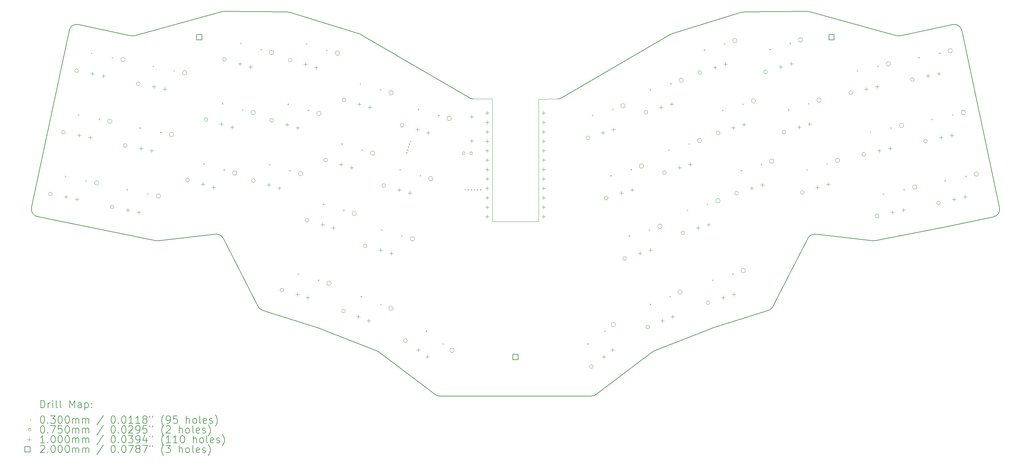
<source format=gbr>
%TF.GenerationSoftware,KiCad,Pcbnew,8.0.6*%
%TF.CreationDate,2025-07-21T19:35:37+02:00*%
%TF.ProjectId,main,6d61696e-2e6b-4696-9361-645f70636258,v1.0.0*%
%TF.SameCoordinates,Original*%
%TF.FileFunction,Drillmap*%
%TF.FilePolarity,Positive*%
%FSLAX45Y45*%
G04 Gerber Fmt 4.5, Leading zero omitted, Abs format (unit mm)*
G04 Created by KiCad (PCBNEW 8.0.6) date 2025-07-21 19:35:37*
%MOMM*%
%LPD*%
G01*
G04 APERTURE LIST*
%ADD10C,0.150000*%
%ADD11C,0.050000*%
%ADD12C,0.100000*%
%ADD13C,0.200000*%
G04 APERTURE END LIST*
D10*
X11744798Y-8059379D02*
G75*
G02*
X11801143Y-8068106I-2139J-200071D01*
G01*
X8202437Y-14228178D02*
X4998917Y-13578576D01*
X5861410Y-8549904D02*
G75*
G02*
X6098622Y-8395859I195634J-41592D01*
G01*
D11*
X17267500Y-10400000D02*
X17255001Y-10400000D01*
D10*
X20060484Y-18374656D02*
G75*
G02*
X19940121Y-18414929I-120380J159781D01*
G01*
X10029664Y-8041104D02*
X11744798Y-8059379D01*
X8265141Y-14230846D02*
G75*
G02*
X8202437Y-14228179I-22964J198583D01*
G01*
X22079789Y-8656118D02*
G75*
G02*
X22122040Y-8637643I100745J-172846D01*
G01*
X30943408Y-13342826D02*
G75*
G02*
X30789359Y-13580038I-195637J-41576D01*
G01*
X12603809Y-16590157D02*
G75*
G02*
X12616948Y-16594811I-60069J-190440D01*
G01*
X14156421Y-17201324D02*
G75*
G02*
X14203474Y-17227676I-73243J-185961D01*
G01*
X6098623Y-8395857D02*
X7518313Y-8697621D01*
X27582779Y-14228627D02*
G75*
G02*
X27521809Y-14230950I-38011J196395D01*
G01*
X29323921Y-13891527D02*
G75*
G02*
X29320351Y-13892252I-40693J191295D01*
G01*
D11*
X18510001Y-13710000D02*
X18512500Y-10405001D01*
D10*
X13664012Y-8637642D02*
G75*
G02*
X13706261Y-8656120I-58387J-191039D01*
G01*
X7612710Y-8694892D02*
X9974719Y-8048193D01*
X15845931Y-18414929D02*
G75*
G02*
X15725567Y-18374656I22J200068D01*
G01*
X30789359Y-13580038D02*
X29323921Y-13891527D01*
X14156421Y-17201324D02*
X12616948Y-16594811D01*
X7612710Y-8694892D02*
G75*
G02*
X7518313Y-8697619I-52812J192894D01*
G01*
X9808518Y-14052509D02*
X8265141Y-14230846D01*
X12603809Y-16590157D02*
X11073683Y-16107441D01*
X19128990Y-10376321D02*
G75*
G02*
X19028264Y-10403537I-100709J172721D01*
G01*
X25811332Y-8048192D02*
X28173341Y-8694891D01*
X24041252Y-8059380D02*
X25756388Y-8041105D01*
X25776561Y-14160020D02*
X24830211Y-16007874D01*
X4998917Y-13578576D02*
G75*
G02*
X4843034Y-13340984I39744J196010D01*
G01*
X28267737Y-8697621D02*
G75*
G02*
X28173342Y-8694890I-41583J195448D01*
G01*
X11073683Y-16107441D02*
G75*
G02*
X10955840Y-16007875I60168J190734D01*
G01*
X24830211Y-16007874D02*
G75*
G02*
X24712368Y-16107440I-178019J91176D01*
G01*
X21582578Y-17227677D02*
X20060484Y-18374656D01*
D11*
X16757788Y-10403536D02*
X17255001Y-10400000D01*
D10*
X4843036Y-13340985D02*
X5861410Y-8549904D01*
X24712369Y-16107442D02*
X23182242Y-16590157D01*
X16757788Y-10403536D02*
G75*
G02*
X16657061Y-10376323I-2J200018D01*
G01*
X29924641Y-8549904D02*
X30943408Y-13342826D01*
X11801143Y-8068107D02*
X13664012Y-8637642D01*
D11*
X17270000Y-13715000D02*
X17267500Y-10400000D01*
X17270000Y-13715000D02*
X18510001Y-13710000D01*
D10*
X10955840Y-16007875D02*
X10009489Y-14160020D01*
X23169103Y-16594812D02*
G75*
G02*
X23182241Y-16590157I72962J-185072D01*
G01*
X28267737Y-8697621D02*
X29687429Y-8395856D01*
D11*
X18512500Y-10405001D02*
X19028264Y-10403537D01*
D10*
X23169103Y-16594812D02*
X21629631Y-17201323D01*
X21582578Y-17227677D02*
G75*
G02*
X21629631Y-17201322I120244J-159501D01*
G01*
X22122040Y-8637643D02*
X23984907Y-8068107D01*
X13706262Y-8656119D02*
X16657062Y-10376321D01*
X29320351Y-13892252D02*
X27582779Y-14228627D01*
X27521809Y-14230950D02*
X25977534Y-14052508D01*
X15725567Y-18374656D02*
X14203473Y-17227677D01*
X9808518Y-14052509D02*
G75*
G02*
X10009486Y-14160022I22960J-198666D01*
G01*
X19128990Y-10376321D02*
X22079789Y-8656118D01*
X29687429Y-8395856D02*
G75*
G02*
X29924639Y-8549904I41579J-195632D01*
G01*
X25776561Y-14160020D02*
G75*
G02*
X25977533Y-14052511I178001J-91148D01*
G01*
X25756388Y-8041105D02*
G75*
G02*
X25811332Y-8048192I2124J-200055D01*
G01*
X9974719Y-8048193D02*
G75*
G02*
X10029664Y-8041104I52813J-192869D01*
G01*
X23984907Y-8068107D02*
G75*
G02*
X24041252Y-8059380I58460J-191185D01*
G01*
X19940121Y-18414929D02*
X15845931Y-18414929D01*
D12*
X25178581Y-11299944D02*
G75*
G02*
X25078582Y-11299944I-50000J0D01*
G01*
X25078582Y-11299944D02*
G75*
G02*
X25178581Y-11299944I50000J0D01*
G01*
X26137090Y-10434825D02*
G75*
G02*
X26017089Y-10434825I-60000J0D01*
G01*
X26017089Y-10434825D02*
G75*
G02*
X26137090Y-10434825I60000J0D01*
G01*
X11370060Y-10979672D02*
G75*
G02*
X11270061Y-10979672I-49999J0D01*
G01*
X11270061Y-10979672D02*
G75*
G02*
X11370060Y-10979672I49999J0D01*
G01*
X12650177Y-10792856D02*
G75*
G02*
X12530177Y-10792856I-60000J0D01*
G01*
X12530177Y-10792856D02*
G75*
G02*
X12650177Y-10792856I60000J0D01*
G01*
X11867092Y-9353955D02*
G75*
G02*
X11767093Y-9353955I-49999J0D01*
G01*
X11767093Y-9353955D02*
G75*
G02*
X11867092Y-9353955I49999J0D01*
G01*
X13147209Y-9167138D02*
G75*
G02*
X13027209Y-9167138I-60000J0D01*
G01*
X13027209Y-9167138D02*
G75*
G02*
X13147209Y-9167138I60000J0D01*
G01*
X12323322Y-13676205D02*
G75*
G02*
X12223323Y-13676205I-49999J0D01*
G01*
X12223323Y-13676205D02*
G75*
G02*
X12323322Y-13676205I49999J0D01*
G01*
X13603439Y-13489388D02*
G75*
G02*
X13483439Y-13489388I-60000J0D01*
G01*
X13483439Y-13489388D02*
G75*
G02*
X13603439Y-13489388I60000J0D01*
G01*
X22909645Y-9693107D02*
G75*
G02*
X22809646Y-9693107I-50000J0D01*
G01*
X22809646Y-9693107D02*
G75*
G02*
X22909645Y-9693107I50000J0D01*
G01*
X23868154Y-8827987D02*
G75*
G02*
X23748153Y-8827987I-60000J0D01*
G01*
X23748153Y-8827987D02*
G75*
G02*
X23868154Y-8827987I60000J0D01*
G01*
X7065074Y-13318979D02*
G75*
G02*
X6965073Y-13318979I-50000J0D01*
G01*
X6965073Y-13318979D02*
G75*
G02*
X7065074Y-13318979I50000J0D01*
G01*
X8324076Y-13022175D02*
G75*
G02*
X8204077Y-13022175I-60000J0D01*
G01*
X8204077Y-13022175D02*
G75*
G02*
X8324076Y-13022175I60000J0D01*
G01*
X10095189Y-9335076D02*
G75*
G02*
X9995190Y-9335076I-49999J0D01*
G01*
X9995190Y-9335076D02*
G75*
G02*
X10095189Y-9335076I49999J0D01*
G01*
X11375306Y-9148260D02*
G75*
G02*
X11255306Y-9148260I-60000J0D01*
G01*
X11255306Y-9148260D02*
G75*
G02*
X11375306Y-9148260I60000J0D01*
G01*
X22453415Y-14015358D02*
G75*
G02*
X22353416Y-14015358I-50000J0D01*
G01*
X22353416Y-14015358D02*
G75*
G02*
X22453415Y-14015358I50000J0D01*
G01*
X23411924Y-13150239D02*
G75*
G02*
X23291923Y-13150239I-60000J0D01*
G01*
X23291923Y-13150239D02*
G75*
G02*
X23411924Y-13150239I60000J0D01*
G01*
X21507780Y-16558283D02*
G75*
G02*
X21407779Y-16558283I-50001J0D01*
G01*
X21407779Y-16558283D02*
G75*
G02*
X21507780Y-16558283I50001J0D01*
G01*
X22387279Y-15613789D02*
G75*
G02*
X22267281Y-15613789I-59999J0D01*
G01*
X22267281Y-15613789D02*
G75*
G02*
X22387279Y-15613789I59999J0D01*
G01*
X14884631Y-11113063D02*
G75*
G02*
X14784632Y-11113063I-49999J0D01*
G01*
X14784632Y-11113063D02*
G75*
G02*
X14884631Y-11113063I49999J0D01*
G01*
X16164748Y-10926246D02*
G75*
G02*
X16044748Y-10926246I-60000J0D01*
G01*
X16044748Y-10926246D02*
G75*
G02*
X16164748Y-10926246I60000J0D01*
G01*
X7418526Y-11656129D02*
G75*
G02*
X7318525Y-11656129I-50000J0D01*
G01*
X7318525Y-11656129D02*
G75*
G02*
X7418526Y-11656129I50000J0D01*
G01*
X8677528Y-11359325D02*
G75*
G02*
X8557529Y-11359325I-60000J0D01*
G01*
X8557529Y-11359325D02*
G75*
G02*
X8677528Y-11359325I60000J0D01*
G01*
X21956383Y-12389640D02*
G75*
G02*
X21856384Y-12389640I-50000J0D01*
G01*
X21856384Y-12389640D02*
G75*
G02*
X21956383Y-12389640I50000J0D01*
G01*
X22914892Y-11524521D02*
G75*
G02*
X22794891Y-11524521I-60000J0D01*
G01*
X22794891Y-11524521D02*
G75*
G02*
X22914892Y-11524521I60000J0D01*
G01*
X14973392Y-16924981D02*
G75*
G02*
X14873393Y-16924981I-49999J0D01*
G01*
X14873393Y-16924981D02*
G75*
G02*
X14973392Y-16924981I49999J0D01*
G01*
X16240808Y-17183836D02*
G75*
G02*
X16120806Y-17183836I-60001J0D01*
G01*
X16120806Y-17183836D02*
G75*
G02*
X16240808Y-17183836I60001J0D01*
G01*
X5755672Y-11302678D02*
G75*
G02*
X5655671Y-11302678I-50000J0D01*
G01*
X5655671Y-11302678D02*
G75*
G02*
X5755672Y-11302678I50000J0D01*
G01*
X7014674Y-11005874D02*
G75*
G02*
X6894675Y-11005874I-60000J0D01*
G01*
X6894675Y-11005874D02*
G75*
G02*
X7014674Y-11005874I60000J0D01*
G01*
X9598156Y-10960793D02*
G75*
G02*
X9498158Y-10960793I-49999J0D01*
G01*
X9498158Y-10960793D02*
G75*
G02*
X9598156Y-10960793I49999J0D01*
G01*
X10878274Y-10773977D02*
G75*
G02*
X10758274Y-10773977I-60000J0D01*
G01*
X10758274Y-10773977D02*
G75*
G02*
X10878274Y-10773977I60000J0D01*
G01*
X19892108Y-11452214D02*
G75*
G02*
X19792109Y-11452214I-50000J0D01*
G01*
X19792109Y-11452214D02*
G75*
G02*
X19892108Y-11452214I50000J0D01*
G01*
X20850617Y-10587095D02*
G75*
G02*
X20730616Y-10587095I-60000J0D01*
G01*
X20730616Y-10587095D02*
G75*
G02*
X20850617Y-10587095I60000J0D01*
G01*
X23903710Y-12944542D02*
G75*
G02*
X23803710Y-12944542I-50000J0D01*
G01*
X23803710Y-12944542D02*
G75*
G02*
X23903710Y-12944542I50000J0D01*
G01*
X24862219Y-12079423D02*
G75*
G02*
X24742218Y-12079423I-60000J0D01*
G01*
X24742218Y-12079423D02*
G75*
G02*
X24862219Y-12079423I60000J0D01*
G01*
X20886171Y-14703652D02*
G75*
G02*
X20786171Y-14703652I-50000J0D01*
G01*
X20786171Y-14703652D02*
G75*
G02*
X20886171Y-14703652I50000J0D01*
G01*
X21844680Y-13838532D02*
G75*
G02*
X21724679Y-13838532I-60000J0D01*
G01*
X21724679Y-13838532D02*
G75*
G02*
X21844680Y-13838532I60000J0D01*
G01*
X23406678Y-11318824D02*
G75*
G02*
X23306678Y-11318824I-50000J0D01*
G01*
X23306678Y-11318824D02*
G75*
G02*
X23406678Y-11318824I50000J0D01*
G01*
X24365187Y-10453705D02*
G75*
G02*
X24245186Y-10453705I-60000J0D01*
G01*
X24245186Y-10453705D02*
G75*
G02*
X24365187Y-10453705I60000J0D01*
G01*
X28642276Y-9881006D02*
G75*
G02*
X28542277Y-9881006I-50000J0D01*
G01*
X28542277Y-9881006D02*
G75*
G02*
X28642276Y-9881006I50000J0D01*
G01*
X29672577Y-9101847D02*
G75*
G02*
X29552577Y-9101847I-60000J0D01*
G01*
X29552577Y-9101847D02*
G75*
G02*
X29672577Y-9101847I60000J0D01*
G01*
X27686324Y-13560156D02*
G75*
G02*
X27586325Y-13560156I-50000J0D01*
G01*
X27586325Y-13560156D02*
G75*
G02*
X27686324Y-13560156I50000J0D01*
G01*
X28716624Y-12780997D02*
G75*
G02*
X28596624Y-12780997I-60000J0D01*
G01*
X28596624Y-12780997D02*
G75*
G02*
X28716624Y-12780997I60000J0D01*
G01*
X11642949Y-15559577D02*
G75*
G02*
X11542950Y-15559577I-49999J0D01*
G01*
X11542950Y-15559577D02*
G75*
G02*
X11642949Y-15559577I49999J0D01*
G01*
X12923067Y-15372761D02*
G75*
G02*
X12803067Y-15372761I-60000J0D01*
G01*
X12803067Y-15372761D02*
G75*
G02*
X12923067Y-15372761I60000J0D01*
G01*
X21459351Y-10763922D02*
G75*
G02*
X21359352Y-10763922I-50000J0D01*
G01*
X21359352Y-10763922D02*
G75*
G02*
X21459351Y-10763922I50000J0D01*
G01*
X22417860Y-9898802D02*
G75*
G02*
X22297859Y-9898802I-60000J0D01*
G01*
X22297859Y-9898802D02*
G75*
G02*
X22417860Y-9898802I60000J0D01*
G01*
X28995725Y-11543856D02*
G75*
G02*
X28895726Y-11543856I-50000J0D01*
G01*
X28895726Y-11543856D02*
G75*
G02*
X28995725Y-11543856I50000J0D01*
G01*
X30026025Y-10764697D02*
G75*
G02*
X29906025Y-10764697I-60000J0D01*
G01*
X29906025Y-10764697D02*
G75*
G02*
X30026025Y-10764697I60000J0D01*
G01*
X13890566Y-14364499D02*
G75*
G02*
X13790568Y-14364499I-49999J0D01*
G01*
X13790568Y-14364499D02*
G75*
G02*
X13890566Y-14364499I49999J0D01*
G01*
X15170684Y-14177683D02*
G75*
G02*
X15050684Y-14177683I-60000J0D01*
G01*
X15050684Y-14177683D02*
G75*
G02*
X15170684Y-14177683I60000J0D01*
G01*
X12820355Y-12050489D02*
G75*
G02*
X12720357Y-12050489I-49999J0D01*
G01*
X12720357Y-12050489D02*
G75*
G02*
X12820355Y-12050489I49999J0D01*
G01*
X14100473Y-11863673D02*
G75*
G02*
X13980473Y-11863673I-60000J0D01*
G01*
X13980473Y-11863673D02*
G75*
G02*
X14100473Y-11863673I60000J0D01*
G01*
X9101124Y-12586513D02*
G75*
G02*
X9001125Y-12586513I-49999J0D01*
G01*
X9001125Y-12586513D02*
G75*
G02*
X9101124Y-12586513I49999J0D01*
G01*
X10381242Y-12399697D02*
G75*
G02*
X10261242Y-12399697I-60000J0D01*
G01*
X10261242Y-12399697D02*
G75*
G02*
X10381242Y-12399697I60000J0D01*
G01*
X23133788Y-15898729D02*
G75*
G02*
X23033789Y-15898729I-50000J0D01*
G01*
X23033789Y-15898729D02*
G75*
G02*
X23133788Y-15898729I50000J0D01*
G01*
X24092297Y-15033609D02*
G75*
G02*
X23972296Y-15033609I-60000J0D01*
G01*
X23972296Y-15033609D02*
G75*
G02*
X24092297Y-15033609I60000J0D01*
G01*
X27332875Y-11897306D02*
G75*
G02*
X27232876Y-11897306I-50000J0D01*
G01*
X27232876Y-11897306D02*
G75*
G02*
X27332875Y-11897306I50000J0D01*
G01*
X28363176Y-11118148D02*
G75*
G02*
X28243176Y-11118148I-60000J0D01*
G01*
X28243176Y-11118148D02*
G75*
G02*
X28363176Y-11118148I60000J0D01*
G01*
X6109123Y-9639828D02*
G75*
G02*
X6009122Y-9639828I-50000J0D01*
G01*
X6009122Y-9639828D02*
G75*
G02*
X6109123Y-9639828I50000J0D01*
G01*
X7368125Y-9343024D02*
G75*
G02*
X7248126Y-9343024I-60000J0D01*
G01*
X7248126Y-9343024D02*
G75*
G02*
X7368125Y-9343024I60000J0D01*
G01*
X7771975Y-9993277D02*
G75*
G02*
X7671974Y-9993277I-50000J0D01*
G01*
X7671974Y-9993277D02*
G75*
G02*
X7771975Y-9993277I50000J0D01*
G01*
X9030977Y-9696473D02*
G75*
G02*
X8910977Y-9696473I-60000J0D01*
G01*
X8910977Y-9696473D02*
G75*
G02*
X9030977Y-9696473I60000J0D01*
G01*
X13302738Y-16123740D02*
G75*
G02*
X13202738Y-16123740I-50000J0D01*
G01*
X13202738Y-16123740D02*
G75*
G02*
X13302738Y-16123740I50000J0D01*
G01*
X14594305Y-16048333D02*
G75*
G02*
X14474305Y-16048333I-60000J0D01*
G01*
X14474305Y-16048333D02*
G75*
G02*
X14594305Y-16048333I60000J0D01*
G01*
X20389139Y-13077932D02*
G75*
G02*
X20289139Y-13077932I-50000J0D01*
G01*
X20289139Y-13077932D02*
G75*
G02*
X20389139Y-13077932I50000J0D01*
G01*
X21347648Y-12212812D02*
G75*
G02*
X21227647Y-12212812I-60000J0D01*
G01*
X21227647Y-12212812D02*
G75*
G02*
X21347648Y-12212812I60000J0D01*
G01*
X25675612Y-12925665D02*
G75*
G02*
X25575613Y-12925665I-50000J0D01*
G01*
X25575613Y-12925665D02*
G75*
G02*
X25675612Y-12925665I50000J0D01*
G01*
X26634121Y-12060545D02*
G75*
G02*
X26514120Y-12060545I-60000J0D01*
G01*
X26514120Y-12060545D02*
G75*
G02*
X26634121Y-12060545I60000J0D01*
G01*
X14387599Y-12738781D02*
G75*
G02*
X14287600Y-12738781I-49999J0D01*
G01*
X14287600Y-12738781D02*
G75*
G02*
X14387599Y-12738781I49999J0D01*
G01*
X15667716Y-12551965D02*
G75*
G02*
X15547716Y-12551965I-60000J0D01*
G01*
X15547716Y-12551965D02*
G75*
G02*
X15667716Y-12551965I60000J0D01*
G01*
X29349175Y-13206706D02*
G75*
G02*
X29249176Y-13206706I-50000J0D01*
G01*
X29249176Y-13206706D02*
G75*
G02*
X29349175Y-13206706I50000J0D01*
G01*
X30379476Y-12427547D02*
G75*
G02*
X30259476Y-12427547I-60000J0D01*
G01*
X30259476Y-12427547D02*
G75*
G02*
X30379476Y-12427547I60000J0D01*
G01*
X13317388Y-10424771D02*
G75*
G02*
X13217389Y-10424771I-49999J0D01*
G01*
X13217389Y-10424771D02*
G75*
G02*
X13317388Y-10424771I49999J0D01*
G01*
X14597505Y-10237955D02*
G75*
G02*
X14477505Y-10237955I-60000J0D01*
G01*
X14477505Y-10237955D02*
G75*
G02*
X14597505Y-10237955I60000J0D01*
G01*
X24681549Y-9674227D02*
G75*
G02*
X24581550Y-9674227I-50000J0D01*
G01*
X24581550Y-9674227D02*
G75*
G02*
X24681549Y-9674227I50000J0D01*
G01*
X25640058Y-8809108D02*
G75*
G02*
X25520057Y-8809108I-60000J0D01*
G01*
X25520057Y-8809108D02*
G75*
G02*
X25640058Y-8809108I60000J0D01*
G01*
X10873027Y-12605392D02*
G75*
G02*
X10773029Y-12605392I-49999J0D01*
G01*
X10773029Y-12605392D02*
G75*
G02*
X10873027Y-12605392I49999J0D01*
G01*
X12153145Y-12418576D02*
G75*
G02*
X12033145Y-12418576I-60000J0D01*
G01*
X12033145Y-12418576D02*
G75*
G02*
X12153145Y-12418576I60000J0D01*
G01*
X19986241Y-17623086D02*
G75*
G02*
X19886242Y-17623086I-50000J0D01*
G01*
X19886242Y-17623086D02*
G75*
G02*
X19986241Y-17623086I50000J0D01*
G01*
X20591661Y-16485732D02*
G75*
G02*
X20471659Y-16485732I-60001J0D01*
G01*
X20471659Y-16485732D02*
G75*
G02*
X20591661Y-16485732I60001J0D01*
G01*
X26979426Y-10234455D02*
G75*
G02*
X26879427Y-10234455I-50000J0D01*
G01*
X26879427Y-10234455D02*
G75*
G02*
X26979426Y-10234455I50000J0D01*
G01*
X28009726Y-9455296D02*
G75*
G02*
X27889726Y-9455296I-60000J0D01*
G01*
X27889726Y-9455296D02*
G75*
G02*
X28009726Y-9455296I60000J0D01*
G01*
X5402224Y-12965529D02*
G75*
G02*
X5302223Y-12965529I-50000J0D01*
G01*
X5302223Y-12965529D02*
G75*
G02*
X5402224Y-12965529I50000J0D01*
G01*
X6661226Y-12668725D02*
G75*
G02*
X6541226Y-12668725I-60000J0D01*
G01*
X6541226Y-12668725D02*
G75*
G02*
X6661226Y-12668725I60000J0D01*
G01*
D13*
D12*
X5739089Y-12478773D02*
X5769089Y-12508773D01*
X5769089Y-12478773D02*
X5739089Y-12508773D01*
X6092540Y-10815922D02*
X6122540Y-10845922D01*
X6122540Y-10815922D02*
X6092540Y-10845922D01*
X6296633Y-12597283D02*
X6326633Y-12627283D01*
X6326633Y-12597283D02*
X6296633Y-12627283D01*
X6445989Y-9153071D02*
X6475989Y-9183071D01*
X6475989Y-9153071D02*
X6445989Y-9183071D01*
X6650083Y-10934432D02*
X6680083Y-10964432D01*
X6680083Y-10934432D02*
X6650083Y-10964432D01*
X7003532Y-9271581D02*
X7033532Y-9301581D01*
X7033532Y-9271581D02*
X7003532Y-9301581D01*
X7401940Y-12832222D02*
X7431940Y-12862222D01*
X7431940Y-12832222D02*
X7401940Y-12862222D01*
X7755390Y-11169372D02*
X7785390Y-11199371D01*
X7785390Y-11169372D02*
X7755390Y-11199371D01*
X7959484Y-12950733D02*
X7989484Y-12980733D01*
X7989484Y-12950733D02*
X7959484Y-12980733D01*
X8108840Y-9506520D02*
X8138840Y-9536520D01*
X8138840Y-9506520D02*
X8108840Y-9536520D01*
X8312934Y-11287881D02*
X8342934Y-11317881D01*
X8342934Y-11287881D02*
X8312934Y-11317881D01*
X8666384Y-9625031D02*
X8696384Y-9655031D01*
X8696384Y-9625031D02*
X8666384Y-9655031D01*
X9477576Y-12136574D02*
X9507576Y-12166574D01*
X9507576Y-12136574D02*
X9477576Y-12166574D01*
X9974608Y-10510858D02*
X10004608Y-10540858D01*
X10004608Y-10510858D02*
X9974608Y-10540858D01*
X10022672Y-12303227D02*
X10052672Y-12333227D01*
X10052672Y-12303227D02*
X10022672Y-12333227D01*
X10471641Y-8885139D02*
X10501641Y-8915139D01*
X10501641Y-8885139D02*
X10471641Y-8915139D01*
X10519702Y-10677510D02*
X10549702Y-10707510D01*
X10549702Y-10677510D02*
X10519702Y-10707510D01*
X11016735Y-9051792D02*
X11046735Y-9081792D01*
X11046735Y-9051792D02*
X11016735Y-9081792D01*
X11249480Y-12155454D02*
X11279480Y-12185454D01*
X11279480Y-12155454D02*
X11249480Y-12185454D01*
X11746512Y-10529737D02*
X11776512Y-10559737D01*
X11776512Y-10529737D02*
X11746512Y-10559737D01*
X11794574Y-12322106D02*
X11824574Y-12352106D01*
X11824574Y-12322106D02*
X11794574Y-12352106D01*
X12019402Y-15109641D02*
X12049402Y-15139641D01*
X12049402Y-15109641D02*
X12019402Y-15139641D01*
X12243544Y-8904020D02*
X12273544Y-8934020D01*
X12273544Y-8904020D02*
X12243544Y-8934020D01*
X12291606Y-10696389D02*
X12321606Y-10726389D01*
X12321606Y-10696389D02*
X12291606Y-10726389D01*
X12564495Y-15276295D02*
X12594495Y-15306295D01*
X12594495Y-15276295D02*
X12564495Y-15306295D01*
X12699776Y-13226270D02*
X12729776Y-13256270D01*
X12729776Y-13226270D02*
X12699776Y-13256270D01*
X12788638Y-9070671D02*
X12818638Y-9100671D01*
X12818638Y-9070671D02*
X12788638Y-9100671D01*
X13196809Y-11600552D02*
X13226809Y-11630552D01*
X13226809Y-11600552D02*
X13196809Y-11630552D01*
X13244868Y-13392922D02*
X13274868Y-13422922D01*
X13274868Y-13392922D02*
X13244868Y-13422922D01*
X13693839Y-9974833D02*
X13723839Y-10004833D01*
X13723839Y-9974833D02*
X13693839Y-10004833D01*
X13715416Y-15713935D02*
X13745416Y-15743935D01*
X13745416Y-15713935D02*
X13715416Y-15743935D01*
X13741900Y-11767203D02*
X13771900Y-11797203D01*
X13771900Y-11767203D02*
X13741900Y-11797203D01*
X14238932Y-10141485D02*
X14268932Y-10171485D01*
X14268932Y-10141485D02*
X14238932Y-10171485D01*
X14243911Y-15927459D02*
X14273911Y-15957459D01*
X14273911Y-15927459D02*
X14243911Y-15957459D01*
X14267019Y-13914561D02*
X14297019Y-13944561D01*
X14297019Y-13914561D02*
X14267019Y-13944561D01*
X14764052Y-12288845D02*
X14794052Y-12318845D01*
X14794052Y-12288845D02*
X14764052Y-12318845D01*
X14812113Y-14081213D02*
X14842113Y-14111213D01*
X14842113Y-14081213D02*
X14812113Y-14111213D01*
X14943628Y-11836327D02*
X14973628Y-11866327D01*
X14973628Y-11836327D02*
X14943628Y-11866327D01*
X14967019Y-11759821D02*
X14997019Y-11789821D01*
X14997019Y-11759821D02*
X14967019Y-11789821D01*
X14990409Y-11683317D02*
X15020409Y-11713317D01*
X15020409Y-11683317D02*
X14990409Y-11713317D01*
X15013799Y-11606813D02*
X15043799Y-11636813D01*
X15043799Y-11606813D02*
X15013799Y-11636813D01*
X15043431Y-11526989D02*
X15073431Y-11556989D01*
X15073431Y-11526989D02*
X15043431Y-11556989D01*
X15261082Y-10663126D02*
X15291082Y-10693126D01*
X15291082Y-10663126D02*
X15261082Y-10693126D01*
X15309145Y-12455497D02*
X15339145Y-12485497D01*
X15339145Y-12455497D02*
X15309145Y-12485497D01*
X15471977Y-16652260D02*
X15501977Y-16682260D01*
X15501977Y-16652260D02*
X15471977Y-16682260D01*
X15806177Y-10829779D02*
X15836177Y-10859779D01*
X15836177Y-10829779D02*
X15806177Y-10859779D01*
X15927201Y-16995296D02*
X15957201Y-17025296D01*
X15957201Y-16995296D02*
X15927201Y-17025296D01*
X16520000Y-12835001D02*
X16550000Y-12865001D01*
X16550000Y-12835001D02*
X16520000Y-12865001D01*
X16600000Y-12835000D02*
X16630000Y-12865000D01*
X16630000Y-12835000D02*
X16600000Y-12865000D01*
X16685000Y-12835000D02*
X16715000Y-12865000D01*
X16715000Y-12835000D02*
X16685000Y-12865000D01*
X16765000Y-12835000D02*
X16795000Y-12865000D01*
X16795000Y-12835000D02*
X16765000Y-12865000D01*
X16845001Y-12835000D02*
X16875001Y-12865000D01*
X16875001Y-12835000D02*
X16845001Y-12865000D01*
X16930000Y-12835000D02*
X16960000Y-12865000D01*
X16960000Y-12835000D02*
X16930000Y-12865000D01*
X19828850Y-16995295D02*
X19858850Y-17025295D01*
X19858850Y-16995295D02*
X19828850Y-17025295D01*
X19949875Y-10829778D02*
X19979875Y-10859778D01*
X19979875Y-10829778D02*
X19949875Y-10859778D01*
X20284073Y-16652261D02*
X20314073Y-16682261D01*
X20314073Y-16652261D02*
X20284073Y-16682261D01*
X20446906Y-12455496D02*
X20476906Y-12485496D01*
X20476906Y-12455496D02*
X20446906Y-12485496D01*
X20494968Y-10663126D02*
X20524968Y-10693126D01*
X20524968Y-10663126D02*
X20494968Y-10693126D01*
X20943939Y-14081214D02*
X20973939Y-14111214D01*
X20973939Y-14081214D02*
X20943939Y-14111214D01*
X20992000Y-12288845D02*
X21022000Y-12318845D01*
X21022000Y-12288845D02*
X20992000Y-12318845D01*
X21489033Y-13914562D02*
X21519033Y-13944562D01*
X21519033Y-13914562D02*
X21489033Y-13944562D01*
X21512140Y-15927461D02*
X21542140Y-15957461D01*
X21542140Y-15927461D02*
X21512140Y-15957461D01*
X21517118Y-10141486D02*
X21547118Y-10171486D01*
X21547118Y-10141486D02*
X21517118Y-10171486D01*
X22014149Y-11767202D02*
X22044149Y-11797202D01*
X22044149Y-11767202D02*
X22014149Y-11797202D01*
X22040633Y-15713935D02*
X22070633Y-15743935D01*
X22070633Y-15713935D02*
X22040633Y-15743935D01*
X22062211Y-9974833D02*
X22092211Y-10004833D01*
X22092211Y-9974833D02*
X22062211Y-10004833D01*
X22511181Y-13392921D02*
X22541181Y-13422921D01*
X22541181Y-13392921D02*
X22511181Y-13422921D01*
X22559242Y-11600552D02*
X22589242Y-11630552D01*
X22589242Y-11600552D02*
X22559242Y-11630552D01*
X22967413Y-9070671D02*
X22997413Y-9100671D01*
X22997413Y-9070671D02*
X22967413Y-9100671D01*
X23056275Y-13226269D02*
X23086275Y-13256269D01*
X23086275Y-13226269D02*
X23056275Y-13256269D01*
X23191556Y-15276295D02*
X23221556Y-15306295D01*
X23221556Y-15276295D02*
X23191556Y-15306295D01*
X23464444Y-10696389D02*
X23494444Y-10726389D01*
X23494444Y-10696389D02*
X23464444Y-10726389D01*
X23512506Y-8904018D02*
X23542506Y-8934018D01*
X23542506Y-8904018D02*
X23512506Y-8934018D01*
X23736649Y-15109643D02*
X23766649Y-15139643D01*
X23766649Y-15109643D02*
X23736649Y-15139643D01*
X23961476Y-12322107D02*
X23991476Y-12352107D01*
X23991476Y-12322107D02*
X23961476Y-12352107D01*
X24009538Y-10529736D02*
X24039538Y-10559736D01*
X24039538Y-10529736D02*
X24009538Y-10559736D01*
X24506570Y-12155454D02*
X24536570Y-12185454D01*
X24536570Y-12155454D02*
X24506570Y-12185454D01*
X24739317Y-9051791D02*
X24769317Y-9081791D01*
X24769317Y-9051791D02*
X24739317Y-9081791D01*
X25236348Y-10677509D02*
X25266348Y-10707509D01*
X25266348Y-10677509D02*
X25236348Y-10707509D01*
X25284411Y-8885139D02*
X25314411Y-8915139D01*
X25314411Y-8885139D02*
X25284411Y-8915139D01*
X25733380Y-12303227D02*
X25763380Y-12333227D01*
X25763380Y-12303227D02*
X25733380Y-12333227D01*
X25781443Y-10510857D02*
X25811443Y-10540857D01*
X25811443Y-10510857D02*
X25781443Y-10540857D01*
X26278475Y-12136575D02*
X26308475Y-12166575D01*
X26308475Y-12136575D02*
X26278475Y-12166575D01*
X27089667Y-9625030D02*
X27119667Y-9655030D01*
X27119667Y-9625030D02*
X27089667Y-9655030D01*
X27443117Y-11287883D02*
X27473117Y-11317883D01*
X27473117Y-11287883D02*
X27443117Y-11317883D01*
X27647211Y-9506521D02*
X27677211Y-9536521D01*
X27677211Y-9506521D02*
X27647211Y-9536521D01*
X27796567Y-12950733D02*
X27826567Y-12980733D01*
X27826567Y-12950733D02*
X27796567Y-12980733D01*
X28000661Y-11169371D02*
X28030661Y-11199371D01*
X28030661Y-11169371D02*
X28000661Y-11199371D01*
X28354110Y-12832223D02*
X28384110Y-12862223D01*
X28384110Y-12832223D02*
X28354110Y-12862223D01*
X28752518Y-9271581D02*
X28782518Y-9301581D01*
X28782518Y-9271581D02*
X28752518Y-9301581D01*
X29105968Y-10934431D02*
X29135968Y-10964431D01*
X29135968Y-10934431D02*
X29105968Y-10964431D01*
X29310063Y-9153072D02*
X29340063Y-9183072D01*
X29340063Y-9153072D02*
X29310063Y-9183072D01*
X29459418Y-12597283D02*
X29489418Y-12627283D01*
X29489418Y-12597283D02*
X29459418Y-12627283D01*
X29663512Y-10815922D02*
X29693512Y-10845922D01*
X29693512Y-10815922D02*
X29663512Y-10845922D01*
X30016963Y-12478773D02*
X30046963Y-12508773D01*
X30046963Y-12478773D02*
X30016963Y-12508773D01*
X16535000Y-11867500D02*
G75*
G02*
X16460000Y-11867500I-37500J0D01*
G01*
X16460000Y-11867500D02*
G75*
G02*
X16535000Y-11867500I37500J0D01*
G01*
X16734999Y-11867501D02*
G75*
G02*
X16659999Y-11867501I-37500J0D01*
G01*
X16659999Y-11867501D02*
G75*
G02*
X16734999Y-11867501I37500J0D01*
G01*
X5774906Y-12995149D02*
X5774906Y-13095149D01*
X5724906Y-13045149D02*
X5824906Y-13045149D01*
X6068350Y-13057523D02*
X6068350Y-13157523D01*
X6018350Y-13107523D02*
X6118350Y-13107523D01*
X6128355Y-11332299D02*
X6128355Y-11432299D01*
X6078355Y-11382299D02*
X6178355Y-11382299D01*
X6421799Y-11394672D02*
X6421799Y-11494672D01*
X6371799Y-11444672D02*
X6471799Y-11444672D01*
X6481805Y-9669449D02*
X6481805Y-9769449D01*
X6431805Y-9719449D02*
X6531805Y-9719449D01*
X6775250Y-9731822D02*
X6775250Y-9831822D01*
X6725250Y-9781822D02*
X6825250Y-9781822D01*
X7437757Y-13348599D02*
X7437757Y-13448599D01*
X7387757Y-13398599D02*
X7487757Y-13398599D01*
X7731201Y-13410973D02*
X7731201Y-13510973D01*
X7681201Y-13460973D02*
X7781201Y-13460973D01*
X7791208Y-11685749D02*
X7791208Y-11785749D01*
X7741208Y-11735749D02*
X7841208Y-11735749D01*
X8084653Y-11748122D02*
X8084653Y-11848122D01*
X8034653Y-11798122D02*
X8134653Y-11798122D01*
X8144657Y-10022897D02*
X8144657Y-10122897D01*
X8094657Y-10072897D02*
X8194657Y-10072897D01*
X8438101Y-10085271D02*
X8438101Y-10185271D01*
X8388101Y-10135271D02*
X8488101Y-10135271D01*
X9465259Y-12652670D02*
X9465259Y-12752670D01*
X9415259Y-12702670D02*
X9515259Y-12702670D01*
X9752151Y-12740381D02*
X9752151Y-12840381D01*
X9702151Y-12790381D02*
X9802151Y-12790381D01*
X9962291Y-11026950D02*
X9962291Y-11126950D01*
X9912291Y-11076950D02*
X10012291Y-11076950D01*
X10249183Y-11114661D02*
X10249183Y-11214661D01*
X10199183Y-11164661D02*
X10299183Y-11164661D01*
X10459324Y-9401234D02*
X10459324Y-9501234D01*
X10409324Y-9451234D02*
X10509324Y-9451234D01*
X10746215Y-9488945D02*
X10746215Y-9588945D01*
X10696215Y-9538945D02*
X10796215Y-9538945D01*
X11237162Y-12671549D02*
X11237162Y-12771549D01*
X11187162Y-12721549D02*
X11287162Y-12721549D01*
X11524054Y-12759260D02*
X11524054Y-12859260D01*
X11474054Y-12809260D02*
X11574054Y-12809260D01*
X11734195Y-11045830D02*
X11734195Y-11145830D01*
X11684195Y-11095830D02*
X11784195Y-11095830D01*
X12007084Y-15625734D02*
X12007084Y-15725734D01*
X11957084Y-15675734D02*
X12057084Y-15675734D01*
X12021086Y-11133541D02*
X12021086Y-11233541D01*
X11971086Y-11183541D02*
X12071086Y-11183541D01*
X12231227Y-9420112D02*
X12231227Y-9520112D01*
X12181227Y-9470112D02*
X12281227Y-9470112D01*
X12293976Y-15713445D02*
X12293976Y-15813445D01*
X12243976Y-15763445D02*
X12343976Y-15763445D01*
X12518118Y-9507823D02*
X12518118Y-9607823D01*
X12468118Y-9557823D02*
X12568118Y-9557823D01*
X12687457Y-13742362D02*
X12687457Y-13842362D01*
X12637457Y-13792362D02*
X12737457Y-13792362D01*
X12974348Y-13830073D02*
X12974348Y-13930073D01*
X12924348Y-13880073D02*
X13024348Y-13880073D01*
X13184490Y-12116646D02*
X13184490Y-12216646D01*
X13134490Y-12166646D02*
X13234490Y-12166646D01*
X13471382Y-12204357D02*
X13471382Y-12304357D01*
X13421382Y-12254357D02*
X13521382Y-12254357D01*
X13655173Y-16225550D02*
X13655173Y-16325550D01*
X13605173Y-16275550D02*
X13705173Y-16275550D01*
X13681523Y-10490929D02*
X13681523Y-10590929D01*
X13631523Y-10540929D02*
X13731523Y-10540929D01*
X13933329Y-16337931D02*
X13933329Y-16437931D01*
X13883329Y-16387931D02*
X13983329Y-16387931D01*
X13968414Y-10578640D02*
X13968414Y-10678640D01*
X13918414Y-10628640D02*
X14018414Y-10628640D01*
X14254701Y-14430656D02*
X14254701Y-14530656D01*
X14204701Y-14480656D02*
X14304701Y-14480656D01*
X14541593Y-14518367D02*
X14541593Y-14618367D01*
X14491593Y-14568367D02*
X14591593Y-14568367D01*
X14751734Y-12804938D02*
X14751734Y-12904938D01*
X14701734Y-12854938D02*
X14801734Y-12854938D01*
X15038625Y-12892649D02*
X15038625Y-12992649D01*
X14988625Y-12942649D02*
X15088625Y-12942649D01*
X15248766Y-11179220D02*
X15248766Y-11279220D01*
X15198766Y-11229220D02*
X15298766Y-11229220D01*
X15272824Y-17125775D02*
X15272824Y-17225775D01*
X15222824Y-17175775D02*
X15322824Y-17175775D01*
X15512414Y-17306319D02*
X15512414Y-17406319D01*
X15462414Y-17356319D02*
X15562414Y-17356319D01*
X15535657Y-11266931D02*
X15535657Y-11366931D01*
X15485657Y-11316931D02*
X15585657Y-11316931D01*
X16707499Y-11484999D02*
X16707499Y-11584999D01*
X16657499Y-11534999D02*
X16757499Y-11534999D01*
X16707501Y-10835000D02*
X16707501Y-10935000D01*
X16657501Y-10885000D02*
X16757501Y-10885000D01*
X17128499Y-12257498D02*
X17128499Y-12357498D01*
X17078499Y-12307498D02*
X17178499Y-12307498D01*
X17128499Y-12511500D02*
X17128499Y-12611500D01*
X17078499Y-12561500D02*
X17178499Y-12561500D01*
X17128499Y-12003500D02*
X17128499Y-12103500D01*
X17078499Y-12053500D02*
X17178499Y-12053500D01*
X17128499Y-10733501D02*
X17128499Y-10833501D01*
X17078499Y-10783501D02*
X17178499Y-10783501D01*
X17128499Y-13527500D02*
X17128499Y-13627500D01*
X17078499Y-13577500D02*
X17178499Y-13577500D01*
X17128499Y-11495499D02*
X17128499Y-11595499D01*
X17078499Y-11545499D02*
X17178499Y-11545499D01*
X17128499Y-12765499D02*
X17128499Y-12865499D01*
X17078499Y-12815499D02*
X17178499Y-12815499D01*
X17128499Y-10987499D02*
X17128499Y-11087499D01*
X17078499Y-11037499D02*
X17178499Y-11037499D01*
X17128500Y-11241500D02*
X17128500Y-11341500D01*
X17078500Y-11291500D02*
X17178500Y-11291500D01*
X17128500Y-11749499D02*
X17128500Y-11849499D01*
X17078500Y-11799499D02*
X17178500Y-11799499D01*
X17128500Y-13273500D02*
X17128500Y-13373500D01*
X17078500Y-13323500D02*
X17178500Y-13323500D01*
X17128500Y-13019500D02*
X17128500Y-13119500D01*
X17078500Y-13069500D02*
X17178500Y-13069500D01*
X18652498Y-10987499D02*
X18652498Y-11087499D01*
X18602498Y-11037499D02*
X18702498Y-11037499D01*
X18652499Y-10733500D02*
X18652499Y-10833500D01*
X18602499Y-10783500D02*
X18702499Y-10783500D01*
X18652499Y-12257501D02*
X18652499Y-12357501D01*
X18602499Y-12307501D02*
X18702499Y-12307501D01*
X18652499Y-12765500D02*
X18652499Y-12865500D01*
X18602499Y-12815500D02*
X18702499Y-12815500D01*
X18652499Y-13019501D02*
X18652499Y-13119501D01*
X18602499Y-13069501D02*
X18702499Y-13069501D01*
X18652499Y-11241500D02*
X18652499Y-11341500D01*
X18602499Y-11291500D02*
X18702499Y-11291500D01*
X18652499Y-12511500D02*
X18652499Y-12611500D01*
X18602499Y-12561500D02*
X18702499Y-12561500D01*
X18652499Y-13527500D02*
X18652499Y-13627500D01*
X18602499Y-13577500D02*
X18702499Y-13577500D01*
X18652499Y-13273499D02*
X18652499Y-13373499D01*
X18602499Y-13323499D02*
X18702499Y-13323499D01*
X18652500Y-12003500D02*
X18652500Y-12103500D01*
X18602500Y-12053500D02*
X18702500Y-12053500D01*
X18652500Y-11495500D02*
X18652500Y-11595500D01*
X18602500Y-11545500D02*
X18702500Y-11545500D01*
X18652500Y-11749501D02*
X18652500Y-11849501D01*
X18602500Y-11799501D02*
X18702500Y-11799501D01*
X20250396Y-11266931D02*
X20250396Y-11366931D01*
X20200396Y-11316931D02*
X20300396Y-11316931D01*
X20273636Y-17306320D02*
X20273636Y-17406320D01*
X20223636Y-17356320D02*
X20323636Y-17356320D01*
X20513227Y-17125776D02*
X20513227Y-17225776D01*
X20463227Y-17175776D02*
X20563227Y-17175776D01*
X20537287Y-11179220D02*
X20537287Y-11279220D01*
X20487287Y-11229220D02*
X20587287Y-11229220D01*
X20747426Y-12892649D02*
X20747426Y-12992649D01*
X20697426Y-12942649D02*
X20797426Y-12942649D01*
X21034317Y-12804937D02*
X21034317Y-12904937D01*
X20984317Y-12854937D02*
X21084317Y-12854937D01*
X21244458Y-14518369D02*
X21244458Y-14618369D01*
X21194458Y-14568369D02*
X21294458Y-14568369D01*
X21531349Y-14430657D02*
X21531349Y-14530657D01*
X21481349Y-14480657D02*
X21581349Y-14480657D01*
X21817639Y-10578639D02*
X21817639Y-10678639D01*
X21767639Y-10628639D02*
X21867639Y-10628639D01*
X21852722Y-16337931D02*
X21852722Y-16437931D01*
X21802722Y-16387931D02*
X21902722Y-16387931D01*
X22104530Y-10490927D02*
X22104530Y-10590927D01*
X22054530Y-10540927D02*
X22154530Y-10540927D01*
X22130878Y-16225549D02*
X22130878Y-16325549D01*
X22080878Y-16275549D02*
X22180878Y-16275549D01*
X22314671Y-12204357D02*
X22314671Y-12304357D01*
X22264671Y-12254357D02*
X22364671Y-12254357D01*
X22601562Y-12116645D02*
X22601562Y-12216645D01*
X22551562Y-12166645D02*
X22651562Y-12166645D01*
X22811703Y-13830075D02*
X22811703Y-13930075D01*
X22761703Y-13880075D02*
X22861703Y-13880075D01*
X23098594Y-13742363D02*
X23098594Y-13842363D01*
X23048594Y-13792363D02*
X23148594Y-13792363D01*
X23267933Y-9507824D02*
X23267933Y-9607824D01*
X23217933Y-9557824D02*
X23317933Y-9557824D01*
X23492076Y-15713446D02*
X23492076Y-15813446D01*
X23442076Y-15763446D02*
X23542076Y-15763446D01*
X23554824Y-9420112D02*
X23554824Y-9520112D01*
X23504824Y-9470112D02*
X23604824Y-9470112D01*
X23764965Y-11133542D02*
X23764965Y-11233541D01*
X23714965Y-11183542D02*
X23814965Y-11183542D01*
X23778967Y-15625734D02*
X23778967Y-15725734D01*
X23728967Y-15675734D02*
X23828967Y-15675734D01*
X24051856Y-11045830D02*
X24051856Y-11145830D01*
X24001856Y-11095830D02*
X24101856Y-11095830D01*
X24261997Y-12759259D02*
X24261997Y-12859259D01*
X24211997Y-12809259D02*
X24311997Y-12809259D01*
X24548888Y-12671547D02*
X24548888Y-12771547D01*
X24498888Y-12721547D02*
X24598888Y-12721547D01*
X25039837Y-9488944D02*
X25039837Y-9588944D01*
X24989837Y-9538944D02*
X25089837Y-9538944D01*
X25326728Y-9401232D02*
X25326728Y-9501232D01*
X25276728Y-9451232D02*
X25376728Y-9451232D01*
X25536869Y-11114661D02*
X25536869Y-11214661D01*
X25486869Y-11164661D02*
X25586869Y-11164661D01*
X25823760Y-11026949D02*
X25823760Y-11126949D01*
X25773760Y-11076949D02*
X25873760Y-11076949D01*
X26033900Y-12740382D02*
X26033900Y-12840382D01*
X25983900Y-12790382D02*
X26083900Y-12790382D01*
X26320791Y-12652670D02*
X26320791Y-12752670D01*
X26270791Y-12702670D02*
X26370791Y-12702670D01*
X27347951Y-10085272D02*
X27347951Y-10185272D01*
X27297951Y-10135272D02*
X27397951Y-10135272D01*
X27641395Y-10022898D02*
X27641395Y-10122898D01*
X27591395Y-10072898D02*
X27691395Y-10072898D01*
X27701400Y-11748123D02*
X27701400Y-11848123D01*
X27651400Y-11798123D02*
X27751400Y-11798123D01*
X27994844Y-11685749D02*
X27994844Y-11785749D01*
X27944844Y-11735749D02*
X28044844Y-11735749D01*
X28054848Y-13410972D02*
X28054848Y-13510972D01*
X28004848Y-13460972D02*
X28104848Y-13460972D01*
X28348293Y-13348599D02*
X28348293Y-13448599D01*
X28298293Y-13398599D02*
X28398293Y-13398599D01*
X29010801Y-9731822D02*
X29010801Y-9831822D01*
X28960801Y-9781822D02*
X29060801Y-9781822D01*
X29304245Y-9669449D02*
X29304245Y-9769449D01*
X29254245Y-9719449D02*
X29354245Y-9719449D01*
X29364249Y-11394672D02*
X29364249Y-11494672D01*
X29314249Y-11444672D02*
X29414249Y-11444672D01*
X29657694Y-11332299D02*
X29657694Y-11432299D01*
X29607694Y-11382299D02*
X29707694Y-11382299D01*
X29717700Y-13057522D02*
X29717700Y-13157522D01*
X29667700Y-13107522D02*
X29767700Y-13107522D01*
X30011144Y-12995149D02*
X30011144Y-13095149D01*
X29961144Y-13045149D02*
X30061144Y-13045149D01*
D13*
X9432990Y-8807221D02*
X9432990Y-8665798D01*
X9291568Y-8665798D01*
X9291568Y-8807221D01*
X9432990Y-8807221D01*
X17960711Y-17435711D02*
X17960711Y-17294289D01*
X17819289Y-17294289D01*
X17819289Y-17435711D01*
X17960711Y-17435711D01*
X26483486Y-8805011D02*
X26483486Y-8663588D01*
X26342063Y-8663588D01*
X26342063Y-8805011D01*
X26483486Y-8805011D01*
X5091940Y-18733913D02*
X5091940Y-18533913D01*
X5091940Y-18533913D02*
X5139559Y-18533913D01*
X5139559Y-18533913D02*
X5168130Y-18543437D01*
X5168130Y-18543437D02*
X5187178Y-18562485D01*
X5187178Y-18562485D02*
X5196702Y-18581532D01*
X5196702Y-18581532D02*
X5206226Y-18619627D01*
X5206226Y-18619627D02*
X5206226Y-18648199D01*
X5206226Y-18648199D02*
X5196702Y-18686294D01*
X5196702Y-18686294D02*
X5187178Y-18705342D01*
X5187178Y-18705342D02*
X5168130Y-18724389D01*
X5168130Y-18724389D02*
X5139559Y-18733913D01*
X5139559Y-18733913D02*
X5091940Y-18733913D01*
X5291940Y-18733913D02*
X5291940Y-18600580D01*
X5291940Y-18638675D02*
X5301464Y-18619627D01*
X5301464Y-18619627D02*
X5310987Y-18610104D01*
X5310987Y-18610104D02*
X5330035Y-18600580D01*
X5330035Y-18600580D02*
X5349083Y-18600580D01*
X5415749Y-18733913D02*
X5415749Y-18600580D01*
X5415749Y-18533913D02*
X5406226Y-18543437D01*
X5406226Y-18543437D02*
X5415749Y-18552961D01*
X5415749Y-18552961D02*
X5425273Y-18543437D01*
X5425273Y-18543437D02*
X5415749Y-18533913D01*
X5415749Y-18533913D02*
X5415749Y-18552961D01*
X5539559Y-18733913D02*
X5520511Y-18724389D01*
X5520511Y-18724389D02*
X5510987Y-18705342D01*
X5510987Y-18705342D02*
X5510987Y-18533913D01*
X5644321Y-18733913D02*
X5625273Y-18724389D01*
X5625273Y-18724389D02*
X5615749Y-18705342D01*
X5615749Y-18705342D02*
X5615749Y-18533913D01*
X5872892Y-18733913D02*
X5872892Y-18533913D01*
X5872892Y-18533913D02*
X5939559Y-18676770D01*
X5939559Y-18676770D02*
X6006225Y-18533913D01*
X6006225Y-18533913D02*
X6006225Y-18733913D01*
X6187178Y-18733913D02*
X6187178Y-18629151D01*
X6187178Y-18629151D02*
X6177654Y-18610104D01*
X6177654Y-18610104D02*
X6158606Y-18600580D01*
X6158606Y-18600580D02*
X6120511Y-18600580D01*
X6120511Y-18600580D02*
X6101464Y-18610104D01*
X6187178Y-18724389D02*
X6168130Y-18733913D01*
X6168130Y-18733913D02*
X6120511Y-18733913D01*
X6120511Y-18733913D02*
X6101464Y-18724389D01*
X6101464Y-18724389D02*
X6091940Y-18705342D01*
X6091940Y-18705342D02*
X6091940Y-18686294D01*
X6091940Y-18686294D02*
X6101464Y-18667247D01*
X6101464Y-18667247D02*
X6120511Y-18657723D01*
X6120511Y-18657723D02*
X6168130Y-18657723D01*
X6168130Y-18657723D02*
X6187178Y-18648199D01*
X6282416Y-18600580D02*
X6282416Y-18800580D01*
X6282416Y-18610104D02*
X6301464Y-18600580D01*
X6301464Y-18600580D02*
X6339559Y-18600580D01*
X6339559Y-18600580D02*
X6358606Y-18610104D01*
X6358606Y-18610104D02*
X6368130Y-18619627D01*
X6368130Y-18619627D02*
X6377654Y-18638675D01*
X6377654Y-18638675D02*
X6377654Y-18695818D01*
X6377654Y-18695818D02*
X6368130Y-18714866D01*
X6368130Y-18714866D02*
X6358606Y-18724389D01*
X6358606Y-18724389D02*
X6339559Y-18733913D01*
X6339559Y-18733913D02*
X6301464Y-18733913D01*
X6301464Y-18733913D02*
X6282416Y-18724389D01*
X6463368Y-18714866D02*
X6472892Y-18724389D01*
X6472892Y-18724389D02*
X6463368Y-18733913D01*
X6463368Y-18733913D02*
X6453845Y-18724389D01*
X6453845Y-18724389D02*
X6463368Y-18714866D01*
X6463368Y-18714866D02*
X6463368Y-18733913D01*
X6463368Y-18610104D02*
X6472892Y-18619627D01*
X6472892Y-18619627D02*
X6463368Y-18629151D01*
X6463368Y-18629151D02*
X6453845Y-18619627D01*
X6453845Y-18619627D02*
X6463368Y-18610104D01*
X6463368Y-18610104D02*
X6463368Y-18629151D01*
D12*
X4801163Y-19047429D02*
X4831163Y-19077429D01*
X4831163Y-19047429D02*
X4801163Y-19077429D01*
D13*
X5130035Y-18953913D02*
X5149083Y-18953913D01*
X5149083Y-18953913D02*
X5168130Y-18963437D01*
X5168130Y-18963437D02*
X5177654Y-18972961D01*
X5177654Y-18972961D02*
X5187178Y-18992008D01*
X5187178Y-18992008D02*
X5196702Y-19030104D01*
X5196702Y-19030104D02*
X5196702Y-19077723D01*
X5196702Y-19077723D02*
X5187178Y-19115818D01*
X5187178Y-19115818D02*
X5177654Y-19134866D01*
X5177654Y-19134866D02*
X5168130Y-19144389D01*
X5168130Y-19144389D02*
X5149083Y-19153913D01*
X5149083Y-19153913D02*
X5130035Y-19153913D01*
X5130035Y-19153913D02*
X5110987Y-19144389D01*
X5110987Y-19144389D02*
X5101464Y-19134866D01*
X5101464Y-19134866D02*
X5091940Y-19115818D01*
X5091940Y-19115818D02*
X5082416Y-19077723D01*
X5082416Y-19077723D02*
X5082416Y-19030104D01*
X5082416Y-19030104D02*
X5091940Y-18992008D01*
X5091940Y-18992008D02*
X5101464Y-18972961D01*
X5101464Y-18972961D02*
X5110987Y-18963437D01*
X5110987Y-18963437D02*
X5130035Y-18953913D01*
X5282416Y-19134866D02*
X5291940Y-19144389D01*
X5291940Y-19144389D02*
X5282416Y-19153913D01*
X5282416Y-19153913D02*
X5272892Y-19144389D01*
X5272892Y-19144389D02*
X5282416Y-19134866D01*
X5282416Y-19134866D02*
X5282416Y-19153913D01*
X5358607Y-18953913D02*
X5482416Y-18953913D01*
X5482416Y-18953913D02*
X5415749Y-19030104D01*
X5415749Y-19030104D02*
X5444321Y-19030104D01*
X5444321Y-19030104D02*
X5463368Y-19039627D01*
X5463368Y-19039627D02*
X5472892Y-19049151D01*
X5472892Y-19049151D02*
X5482416Y-19068199D01*
X5482416Y-19068199D02*
X5482416Y-19115818D01*
X5482416Y-19115818D02*
X5472892Y-19134866D01*
X5472892Y-19134866D02*
X5463368Y-19144389D01*
X5463368Y-19144389D02*
X5444321Y-19153913D01*
X5444321Y-19153913D02*
X5387178Y-19153913D01*
X5387178Y-19153913D02*
X5368130Y-19144389D01*
X5368130Y-19144389D02*
X5358607Y-19134866D01*
X5606225Y-18953913D02*
X5625273Y-18953913D01*
X5625273Y-18953913D02*
X5644321Y-18963437D01*
X5644321Y-18963437D02*
X5653845Y-18972961D01*
X5653845Y-18972961D02*
X5663368Y-18992008D01*
X5663368Y-18992008D02*
X5672892Y-19030104D01*
X5672892Y-19030104D02*
X5672892Y-19077723D01*
X5672892Y-19077723D02*
X5663368Y-19115818D01*
X5663368Y-19115818D02*
X5653845Y-19134866D01*
X5653845Y-19134866D02*
X5644321Y-19144389D01*
X5644321Y-19144389D02*
X5625273Y-19153913D01*
X5625273Y-19153913D02*
X5606225Y-19153913D01*
X5606225Y-19153913D02*
X5587178Y-19144389D01*
X5587178Y-19144389D02*
X5577654Y-19134866D01*
X5577654Y-19134866D02*
X5568130Y-19115818D01*
X5568130Y-19115818D02*
X5558607Y-19077723D01*
X5558607Y-19077723D02*
X5558607Y-19030104D01*
X5558607Y-19030104D02*
X5568130Y-18992008D01*
X5568130Y-18992008D02*
X5577654Y-18972961D01*
X5577654Y-18972961D02*
X5587178Y-18963437D01*
X5587178Y-18963437D02*
X5606225Y-18953913D01*
X5796702Y-18953913D02*
X5815749Y-18953913D01*
X5815749Y-18953913D02*
X5834797Y-18963437D01*
X5834797Y-18963437D02*
X5844321Y-18972961D01*
X5844321Y-18972961D02*
X5853845Y-18992008D01*
X5853845Y-18992008D02*
X5863368Y-19030104D01*
X5863368Y-19030104D02*
X5863368Y-19077723D01*
X5863368Y-19077723D02*
X5853845Y-19115818D01*
X5853845Y-19115818D02*
X5844321Y-19134866D01*
X5844321Y-19134866D02*
X5834797Y-19144389D01*
X5834797Y-19144389D02*
X5815749Y-19153913D01*
X5815749Y-19153913D02*
X5796702Y-19153913D01*
X5796702Y-19153913D02*
X5777654Y-19144389D01*
X5777654Y-19144389D02*
X5768130Y-19134866D01*
X5768130Y-19134866D02*
X5758606Y-19115818D01*
X5758606Y-19115818D02*
X5749083Y-19077723D01*
X5749083Y-19077723D02*
X5749083Y-19030104D01*
X5749083Y-19030104D02*
X5758606Y-18992008D01*
X5758606Y-18992008D02*
X5768130Y-18972961D01*
X5768130Y-18972961D02*
X5777654Y-18963437D01*
X5777654Y-18963437D02*
X5796702Y-18953913D01*
X5949083Y-19153913D02*
X5949083Y-19020580D01*
X5949083Y-19039627D02*
X5958606Y-19030104D01*
X5958606Y-19030104D02*
X5977654Y-19020580D01*
X5977654Y-19020580D02*
X6006226Y-19020580D01*
X6006226Y-19020580D02*
X6025273Y-19030104D01*
X6025273Y-19030104D02*
X6034797Y-19049151D01*
X6034797Y-19049151D02*
X6034797Y-19153913D01*
X6034797Y-19049151D02*
X6044321Y-19030104D01*
X6044321Y-19030104D02*
X6063368Y-19020580D01*
X6063368Y-19020580D02*
X6091940Y-19020580D01*
X6091940Y-19020580D02*
X6110987Y-19030104D01*
X6110987Y-19030104D02*
X6120511Y-19049151D01*
X6120511Y-19049151D02*
X6120511Y-19153913D01*
X6215749Y-19153913D02*
X6215749Y-19020580D01*
X6215749Y-19039627D02*
X6225273Y-19030104D01*
X6225273Y-19030104D02*
X6244321Y-19020580D01*
X6244321Y-19020580D02*
X6272892Y-19020580D01*
X6272892Y-19020580D02*
X6291940Y-19030104D01*
X6291940Y-19030104D02*
X6301464Y-19049151D01*
X6301464Y-19049151D02*
X6301464Y-19153913D01*
X6301464Y-19049151D02*
X6310987Y-19030104D01*
X6310987Y-19030104D02*
X6330035Y-19020580D01*
X6330035Y-19020580D02*
X6358606Y-19020580D01*
X6358606Y-19020580D02*
X6377654Y-19030104D01*
X6377654Y-19030104D02*
X6387178Y-19049151D01*
X6387178Y-19049151D02*
X6387178Y-19153913D01*
X6777654Y-18944389D02*
X6606226Y-19201532D01*
X7034797Y-18953913D02*
X7053845Y-18953913D01*
X7053845Y-18953913D02*
X7072892Y-18963437D01*
X7072892Y-18963437D02*
X7082416Y-18972961D01*
X7082416Y-18972961D02*
X7091940Y-18992008D01*
X7091940Y-18992008D02*
X7101464Y-19030104D01*
X7101464Y-19030104D02*
X7101464Y-19077723D01*
X7101464Y-19077723D02*
X7091940Y-19115818D01*
X7091940Y-19115818D02*
X7082416Y-19134866D01*
X7082416Y-19134866D02*
X7072892Y-19144389D01*
X7072892Y-19144389D02*
X7053845Y-19153913D01*
X7053845Y-19153913D02*
X7034797Y-19153913D01*
X7034797Y-19153913D02*
X7015749Y-19144389D01*
X7015749Y-19144389D02*
X7006226Y-19134866D01*
X7006226Y-19134866D02*
X6996702Y-19115818D01*
X6996702Y-19115818D02*
X6987178Y-19077723D01*
X6987178Y-19077723D02*
X6987178Y-19030104D01*
X6987178Y-19030104D02*
X6996702Y-18992008D01*
X6996702Y-18992008D02*
X7006226Y-18972961D01*
X7006226Y-18972961D02*
X7015749Y-18963437D01*
X7015749Y-18963437D02*
X7034797Y-18953913D01*
X7187178Y-19134866D02*
X7196702Y-19144389D01*
X7196702Y-19144389D02*
X7187178Y-19153913D01*
X7187178Y-19153913D02*
X7177654Y-19144389D01*
X7177654Y-19144389D02*
X7187178Y-19134866D01*
X7187178Y-19134866D02*
X7187178Y-19153913D01*
X7320511Y-18953913D02*
X7339559Y-18953913D01*
X7339559Y-18953913D02*
X7358607Y-18963437D01*
X7358607Y-18963437D02*
X7368130Y-18972961D01*
X7368130Y-18972961D02*
X7377654Y-18992008D01*
X7377654Y-18992008D02*
X7387178Y-19030104D01*
X7387178Y-19030104D02*
X7387178Y-19077723D01*
X7387178Y-19077723D02*
X7377654Y-19115818D01*
X7377654Y-19115818D02*
X7368130Y-19134866D01*
X7368130Y-19134866D02*
X7358607Y-19144389D01*
X7358607Y-19144389D02*
X7339559Y-19153913D01*
X7339559Y-19153913D02*
X7320511Y-19153913D01*
X7320511Y-19153913D02*
X7301464Y-19144389D01*
X7301464Y-19144389D02*
X7291940Y-19134866D01*
X7291940Y-19134866D02*
X7282416Y-19115818D01*
X7282416Y-19115818D02*
X7272892Y-19077723D01*
X7272892Y-19077723D02*
X7272892Y-19030104D01*
X7272892Y-19030104D02*
X7282416Y-18992008D01*
X7282416Y-18992008D02*
X7291940Y-18972961D01*
X7291940Y-18972961D02*
X7301464Y-18963437D01*
X7301464Y-18963437D02*
X7320511Y-18953913D01*
X7577654Y-19153913D02*
X7463369Y-19153913D01*
X7520511Y-19153913D02*
X7520511Y-18953913D01*
X7520511Y-18953913D02*
X7501464Y-18982485D01*
X7501464Y-18982485D02*
X7482416Y-19001532D01*
X7482416Y-19001532D02*
X7463369Y-19011056D01*
X7768130Y-19153913D02*
X7653845Y-19153913D01*
X7710988Y-19153913D02*
X7710988Y-18953913D01*
X7710988Y-18953913D02*
X7691940Y-18982485D01*
X7691940Y-18982485D02*
X7672892Y-19001532D01*
X7672892Y-19001532D02*
X7653845Y-19011056D01*
X7882416Y-19039627D02*
X7863369Y-19030104D01*
X7863369Y-19030104D02*
X7853845Y-19020580D01*
X7853845Y-19020580D02*
X7844321Y-19001532D01*
X7844321Y-19001532D02*
X7844321Y-18992008D01*
X7844321Y-18992008D02*
X7853845Y-18972961D01*
X7853845Y-18972961D02*
X7863369Y-18963437D01*
X7863369Y-18963437D02*
X7882416Y-18953913D01*
X7882416Y-18953913D02*
X7920511Y-18953913D01*
X7920511Y-18953913D02*
X7939559Y-18963437D01*
X7939559Y-18963437D02*
X7949083Y-18972961D01*
X7949083Y-18972961D02*
X7958607Y-18992008D01*
X7958607Y-18992008D02*
X7958607Y-19001532D01*
X7958607Y-19001532D02*
X7949083Y-19020580D01*
X7949083Y-19020580D02*
X7939559Y-19030104D01*
X7939559Y-19030104D02*
X7920511Y-19039627D01*
X7920511Y-19039627D02*
X7882416Y-19039627D01*
X7882416Y-19039627D02*
X7863369Y-19049151D01*
X7863369Y-19049151D02*
X7853845Y-19058675D01*
X7853845Y-19058675D02*
X7844321Y-19077723D01*
X7844321Y-19077723D02*
X7844321Y-19115818D01*
X7844321Y-19115818D02*
X7853845Y-19134866D01*
X7853845Y-19134866D02*
X7863369Y-19144389D01*
X7863369Y-19144389D02*
X7882416Y-19153913D01*
X7882416Y-19153913D02*
X7920511Y-19153913D01*
X7920511Y-19153913D02*
X7939559Y-19144389D01*
X7939559Y-19144389D02*
X7949083Y-19134866D01*
X7949083Y-19134866D02*
X7958607Y-19115818D01*
X7958607Y-19115818D02*
X7958607Y-19077723D01*
X7958607Y-19077723D02*
X7949083Y-19058675D01*
X7949083Y-19058675D02*
X7939559Y-19049151D01*
X7939559Y-19049151D02*
X7920511Y-19039627D01*
X8034797Y-18953913D02*
X8034797Y-18992008D01*
X8110988Y-18953913D02*
X8110988Y-18992008D01*
X8406226Y-19230104D02*
X8396702Y-19220580D01*
X8396702Y-19220580D02*
X8377654Y-19192008D01*
X8377654Y-19192008D02*
X8368131Y-19172961D01*
X8368131Y-19172961D02*
X8358607Y-19144389D01*
X8358607Y-19144389D02*
X8349083Y-19096770D01*
X8349083Y-19096770D02*
X8349083Y-19058675D01*
X8349083Y-19058675D02*
X8358607Y-19011056D01*
X8358607Y-19011056D02*
X8368131Y-18982485D01*
X8368131Y-18982485D02*
X8377654Y-18963437D01*
X8377654Y-18963437D02*
X8396702Y-18934866D01*
X8396702Y-18934866D02*
X8406226Y-18925342D01*
X8491940Y-19153913D02*
X8530035Y-19153913D01*
X8530035Y-19153913D02*
X8549083Y-19144389D01*
X8549083Y-19144389D02*
X8558607Y-19134866D01*
X8558607Y-19134866D02*
X8577654Y-19106294D01*
X8577654Y-19106294D02*
X8587178Y-19068199D01*
X8587178Y-19068199D02*
X8587178Y-18992008D01*
X8587178Y-18992008D02*
X8577654Y-18972961D01*
X8577654Y-18972961D02*
X8568131Y-18963437D01*
X8568131Y-18963437D02*
X8549083Y-18953913D01*
X8549083Y-18953913D02*
X8510988Y-18953913D01*
X8510988Y-18953913D02*
X8491940Y-18963437D01*
X8491940Y-18963437D02*
X8482416Y-18972961D01*
X8482416Y-18972961D02*
X8472893Y-18992008D01*
X8472893Y-18992008D02*
X8472893Y-19039627D01*
X8472893Y-19039627D02*
X8482416Y-19058675D01*
X8482416Y-19058675D02*
X8491940Y-19068199D01*
X8491940Y-19068199D02*
X8510988Y-19077723D01*
X8510988Y-19077723D02*
X8549083Y-19077723D01*
X8549083Y-19077723D02*
X8568131Y-19068199D01*
X8568131Y-19068199D02*
X8577654Y-19058675D01*
X8577654Y-19058675D02*
X8587178Y-19039627D01*
X8768131Y-18953913D02*
X8672893Y-18953913D01*
X8672893Y-18953913D02*
X8663369Y-19049151D01*
X8663369Y-19049151D02*
X8672893Y-19039627D01*
X8672893Y-19039627D02*
X8691940Y-19030104D01*
X8691940Y-19030104D02*
X8739559Y-19030104D01*
X8739559Y-19030104D02*
X8758607Y-19039627D01*
X8758607Y-19039627D02*
X8768131Y-19049151D01*
X8768131Y-19049151D02*
X8777654Y-19068199D01*
X8777654Y-19068199D02*
X8777654Y-19115818D01*
X8777654Y-19115818D02*
X8768131Y-19134866D01*
X8768131Y-19134866D02*
X8758607Y-19144389D01*
X8758607Y-19144389D02*
X8739559Y-19153913D01*
X8739559Y-19153913D02*
X8691940Y-19153913D01*
X8691940Y-19153913D02*
X8672893Y-19144389D01*
X8672893Y-19144389D02*
X8663369Y-19134866D01*
X9015750Y-19153913D02*
X9015750Y-18953913D01*
X9101464Y-19153913D02*
X9101464Y-19049151D01*
X9101464Y-19049151D02*
X9091940Y-19030104D01*
X9091940Y-19030104D02*
X9072893Y-19020580D01*
X9072893Y-19020580D02*
X9044321Y-19020580D01*
X9044321Y-19020580D02*
X9025274Y-19030104D01*
X9025274Y-19030104D02*
X9015750Y-19039627D01*
X9225274Y-19153913D02*
X9206226Y-19144389D01*
X9206226Y-19144389D02*
X9196702Y-19134866D01*
X9196702Y-19134866D02*
X9187178Y-19115818D01*
X9187178Y-19115818D02*
X9187178Y-19058675D01*
X9187178Y-19058675D02*
X9196702Y-19039627D01*
X9196702Y-19039627D02*
X9206226Y-19030104D01*
X9206226Y-19030104D02*
X9225274Y-19020580D01*
X9225274Y-19020580D02*
X9253845Y-19020580D01*
X9253845Y-19020580D02*
X9272893Y-19030104D01*
X9272893Y-19030104D02*
X9282416Y-19039627D01*
X9282416Y-19039627D02*
X9291940Y-19058675D01*
X9291940Y-19058675D02*
X9291940Y-19115818D01*
X9291940Y-19115818D02*
X9282416Y-19134866D01*
X9282416Y-19134866D02*
X9272893Y-19144389D01*
X9272893Y-19144389D02*
X9253845Y-19153913D01*
X9253845Y-19153913D02*
X9225274Y-19153913D01*
X9406226Y-19153913D02*
X9387178Y-19144389D01*
X9387178Y-19144389D02*
X9377655Y-19125342D01*
X9377655Y-19125342D02*
X9377655Y-18953913D01*
X9558607Y-19144389D02*
X9539559Y-19153913D01*
X9539559Y-19153913D02*
X9501464Y-19153913D01*
X9501464Y-19153913D02*
X9482416Y-19144389D01*
X9482416Y-19144389D02*
X9472893Y-19125342D01*
X9472893Y-19125342D02*
X9472893Y-19049151D01*
X9472893Y-19049151D02*
X9482416Y-19030104D01*
X9482416Y-19030104D02*
X9501464Y-19020580D01*
X9501464Y-19020580D02*
X9539559Y-19020580D01*
X9539559Y-19020580D02*
X9558607Y-19030104D01*
X9558607Y-19030104D02*
X9568131Y-19049151D01*
X9568131Y-19049151D02*
X9568131Y-19068199D01*
X9568131Y-19068199D02*
X9472893Y-19087247D01*
X9644321Y-19144389D02*
X9663369Y-19153913D01*
X9663369Y-19153913D02*
X9701464Y-19153913D01*
X9701464Y-19153913D02*
X9720512Y-19144389D01*
X9720512Y-19144389D02*
X9730036Y-19125342D01*
X9730036Y-19125342D02*
X9730036Y-19115818D01*
X9730036Y-19115818D02*
X9720512Y-19096770D01*
X9720512Y-19096770D02*
X9701464Y-19087247D01*
X9701464Y-19087247D02*
X9672893Y-19087247D01*
X9672893Y-19087247D02*
X9653845Y-19077723D01*
X9653845Y-19077723D02*
X9644321Y-19058675D01*
X9644321Y-19058675D02*
X9644321Y-19049151D01*
X9644321Y-19049151D02*
X9653845Y-19030104D01*
X9653845Y-19030104D02*
X9672893Y-19020580D01*
X9672893Y-19020580D02*
X9701464Y-19020580D01*
X9701464Y-19020580D02*
X9720512Y-19030104D01*
X9796702Y-19230104D02*
X9806226Y-19220580D01*
X9806226Y-19220580D02*
X9825274Y-19192008D01*
X9825274Y-19192008D02*
X9834797Y-19172961D01*
X9834797Y-19172961D02*
X9844321Y-19144389D01*
X9844321Y-19144389D02*
X9853845Y-19096770D01*
X9853845Y-19096770D02*
X9853845Y-19058675D01*
X9853845Y-19058675D02*
X9844321Y-19011056D01*
X9844321Y-19011056D02*
X9834797Y-18982485D01*
X9834797Y-18982485D02*
X9825274Y-18963437D01*
X9825274Y-18963437D02*
X9806226Y-18934866D01*
X9806226Y-18934866D02*
X9796702Y-18925342D01*
D12*
X4831163Y-19326429D02*
G75*
G02*
X4756163Y-19326429I-37500J0D01*
G01*
X4756163Y-19326429D02*
G75*
G02*
X4831163Y-19326429I37500J0D01*
G01*
D13*
X5130035Y-19217913D02*
X5149083Y-19217913D01*
X5149083Y-19217913D02*
X5168130Y-19227437D01*
X5168130Y-19227437D02*
X5177654Y-19236961D01*
X5177654Y-19236961D02*
X5187178Y-19256008D01*
X5187178Y-19256008D02*
X5196702Y-19294104D01*
X5196702Y-19294104D02*
X5196702Y-19341723D01*
X5196702Y-19341723D02*
X5187178Y-19379818D01*
X5187178Y-19379818D02*
X5177654Y-19398866D01*
X5177654Y-19398866D02*
X5168130Y-19408389D01*
X5168130Y-19408389D02*
X5149083Y-19417913D01*
X5149083Y-19417913D02*
X5130035Y-19417913D01*
X5130035Y-19417913D02*
X5110987Y-19408389D01*
X5110987Y-19408389D02*
X5101464Y-19398866D01*
X5101464Y-19398866D02*
X5091940Y-19379818D01*
X5091940Y-19379818D02*
X5082416Y-19341723D01*
X5082416Y-19341723D02*
X5082416Y-19294104D01*
X5082416Y-19294104D02*
X5091940Y-19256008D01*
X5091940Y-19256008D02*
X5101464Y-19236961D01*
X5101464Y-19236961D02*
X5110987Y-19227437D01*
X5110987Y-19227437D02*
X5130035Y-19217913D01*
X5282416Y-19398866D02*
X5291940Y-19408389D01*
X5291940Y-19408389D02*
X5282416Y-19417913D01*
X5282416Y-19417913D02*
X5272892Y-19408389D01*
X5272892Y-19408389D02*
X5282416Y-19398866D01*
X5282416Y-19398866D02*
X5282416Y-19417913D01*
X5358607Y-19217913D02*
X5491940Y-19217913D01*
X5491940Y-19217913D02*
X5406226Y-19417913D01*
X5663368Y-19217913D02*
X5568130Y-19217913D01*
X5568130Y-19217913D02*
X5558607Y-19313151D01*
X5558607Y-19313151D02*
X5568130Y-19303627D01*
X5568130Y-19303627D02*
X5587178Y-19294104D01*
X5587178Y-19294104D02*
X5634797Y-19294104D01*
X5634797Y-19294104D02*
X5653845Y-19303627D01*
X5653845Y-19303627D02*
X5663368Y-19313151D01*
X5663368Y-19313151D02*
X5672892Y-19332199D01*
X5672892Y-19332199D02*
X5672892Y-19379818D01*
X5672892Y-19379818D02*
X5663368Y-19398866D01*
X5663368Y-19398866D02*
X5653845Y-19408389D01*
X5653845Y-19408389D02*
X5634797Y-19417913D01*
X5634797Y-19417913D02*
X5587178Y-19417913D01*
X5587178Y-19417913D02*
X5568130Y-19408389D01*
X5568130Y-19408389D02*
X5558607Y-19398866D01*
X5796702Y-19217913D02*
X5815749Y-19217913D01*
X5815749Y-19217913D02*
X5834797Y-19227437D01*
X5834797Y-19227437D02*
X5844321Y-19236961D01*
X5844321Y-19236961D02*
X5853845Y-19256008D01*
X5853845Y-19256008D02*
X5863368Y-19294104D01*
X5863368Y-19294104D02*
X5863368Y-19341723D01*
X5863368Y-19341723D02*
X5853845Y-19379818D01*
X5853845Y-19379818D02*
X5844321Y-19398866D01*
X5844321Y-19398866D02*
X5834797Y-19408389D01*
X5834797Y-19408389D02*
X5815749Y-19417913D01*
X5815749Y-19417913D02*
X5796702Y-19417913D01*
X5796702Y-19417913D02*
X5777654Y-19408389D01*
X5777654Y-19408389D02*
X5768130Y-19398866D01*
X5768130Y-19398866D02*
X5758606Y-19379818D01*
X5758606Y-19379818D02*
X5749083Y-19341723D01*
X5749083Y-19341723D02*
X5749083Y-19294104D01*
X5749083Y-19294104D02*
X5758606Y-19256008D01*
X5758606Y-19256008D02*
X5768130Y-19236961D01*
X5768130Y-19236961D02*
X5777654Y-19227437D01*
X5777654Y-19227437D02*
X5796702Y-19217913D01*
X5949083Y-19417913D02*
X5949083Y-19284580D01*
X5949083Y-19303627D02*
X5958606Y-19294104D01*
X5958606Y-19294104D02*
X5977654Y-19284580D01*
X5977654Y-19284580D02*
X6006226Y-19284580D01*
X6006226Y-19284580D02*
X6025273Y-19294104D01*
X6025273Y-19294104D02*
X6034797Y-19313151D01*
X6034797Y-19313151D02*
X6034797Y-19417913D01*
X6034797Y-19313151D02*
X6044321Y-19294104D01*
X6044321Y-19294104D02*
X6063368Y-19284580D01*
X6063368Y-19284580D02*
X6091940Y-19284580D01*
X6091940Y-19284580D02*
X6110987Y-19294104D01*
X6110987Y-19294104D02*
X6120511Y-19313151D01*
X6120511Y-19313151D02*
X6120511Y-19417913D01*
X6215749Y-19417913D02*
X6215749Y-19284580D01*
X6215749Y-19303627D02*
X6225273Y-19294104D01*
X6225273Y-19294104D02*
X6244321Y-19284580D01*
X6244321Y-19284580D02*
X6272892Y-19284580D01*
X6272892Y-19284580D02*
X6291940Y-19294104D01*
X6291940Y-19294104D02*
X6301464Y-19313151D01*
X6301464Y-19313151D02*
X6301464Y-19417913D01*
X6301464Y-19313151D02*
X6310987Y-19294104D01*
X6310987Y-19294104D02*
X6330035Y-19284580D01*
X6330035Y-19284580D02*
X6358606Y-19284580D01*
X6358606Y-19284580D02*
X6377654Y-19294104D01*
X6377654Y-19294104D02*
X6387178Y-19313151D01*
X6387178Y-19313151D02*
X6387178Y-19417913D01*
X6777654Y-19208389D02*
X6606226Y-19465532D01*
X7034797Y-19217913D02*
X7053845Y-19217913D01*
X7053845Y-19217913D02*
X7072892Y-19227437D01*
X7072892Y-19227437D02*
X7082416Y-19236961D01*
X7082416Y-19236961D02*
X7091940Y-19256008D01*
X7091940Y-19256008D02*
X7101464Y-19294104D01*
X7101464Y-19294104D02*
X7101464Y-19341723D01*
X7101464Y-19341723D02*
X7091940Y-19379818D01*
X7091940Y-19379818D02*
X7082416Y-19398866D01*
X7082416Y-19398866D02*
X7072892Y-19408389D01*
X7072892Y-19408389D02*
X7053845Y-19417913D01*
X7053845Y-19417913D02*
X7034797Y-19417913D01*
X7034797Y-19417913D02*
X7015749Y-19408389D01*
X7015749Y-19408389D02*
X7006226Y-19398866D01*
X7006226Y-19398866D02*
X6996702Y-19379818D01*
X6996702Y-19379818D02*
X6987178Y-19341723D01*
X6987178Y-19341723D02*
X6987178Y-19294104D01*
X6987178Y-19294104D02*
X6996702Y-19256008D01*
X6996702Y-19256008D02*
X7006226Y-19236961D01*
X7006226Y-19236961D02*
X7015749Y-19227437D01*
X7015749Y-19227437D02*
X7034797Y-19217913D01*
X7187178Y-19398866D02*
X7196702Y-19408389D01*
X7196702Y-19408389D02*
X7187178Y-19417913D01*
X7187178Y-19417913D02*
X7177654Y-19408389D01*
X7177654Y-19408389D02*
X7187178Y-19398866D01*
X7187178Y-19398866D02*
X7187178Y-19417913D01*
X7320511Y-19217913D02*
X7339559Y-19217913D01*
X7339559Y-19217913D02*
X7358607Y-19227437D01*
X7358607Y-19227437D02*
X7368130Y-19236961D01*
X7368130Y-19236961D02*
X7377654Y-19256008D01*
X7377654Y-19256008D02*
X7387178Y-19294104D01*
X7387178Y-19294104D02*
X7387178Y-19341723D01*
X7387178Y-19341723D02*
X7377654Y-19379818D01*
X7377654Y-19379818D02*
X7368130Y-19398866D01*
X7368130Y-19398866D02*
X7358607Y-19408389D01*
X7358607Y-19408389D02*
X7339559Y-19417913D01*
X7339559Y-19417913D02*
X7320511Y-19417913D01*
X7320511Y-19417913D02*
X7301464Y-19408389D01*
X7301464Y-19408389D02*
X7291940Y-19398866D01*
X7291940Y-19398866D02*
X7282416Y-19379818D01*
X7282416Y-19379818D02*
X7272892Y-19341723D01*
X7272892Y-19341723D02*
X7272892Y-19294104D01*
X7272892Y-19294104D02*
X7282416Y-19256008D01*
X7282416Y-19256008D02*
X7291940Y-19236961D01*
X7291940Y-19236961D02*
X7301464Y-19227437D01*
X7301464Y-19227437D02*
X7320511Y-19217913D01*
X7463369Y-19236961D02*
X7472892Y-19227437D01*
X7472892Y-19227437D02*
X7491940Y-19217913D01*
X7491940Y-19217913D02*
X7539559Y-19217913D01*
X7539559Y-19217913D02*
X7558607Y-19227437D01*
X7558607Y-19227437D02*
X7568130Y-19236961D01*
X7568130Y-19236961D02*
X7577654Y-19256008D01*
X7577654Y-19256008D02*
X7577654Y-19275056D01*
X7577654Y-19275056D02*
X7568130Y-19303627D01*
X7568130Y-19303627D02*
X7453845Y-19417913D01*
X7453845Y-19417913D02*
X7577654Y-19417913D01*
X7672892Y-19417913D02*
X7710988Y-19417913D01*
X7710988Y-19417913D02*
X7730035Y-19408389D01*
X7730035Y-19408389D02*
X7739559Y-19398866D01*
X7739559Y-19398866D02*
X7758607Y-19370294D01*
X7758607Y-19370294D02*
X7768130Y-19332199D01*
X7768130Y-19332199D02*
X7768130Y-19256008D01*
X7768130Y-19256008D02*
X7758607Y-19236961D01*
X7758607Y-19236961D02*
X7749083Y-19227437D01*
X7749083Y-19227437D02*
X7730035Y-19217913D01*
X7730035Y-19217913D02*
X7691940Y-19217913D01*
X7691940Y-19217913D02*
X7672892Y-19227437D01*
X7672892Y-19227437D02*
X7663369Y-19236961D01*
X7663369Y-19236961D02*
X7653845Y-19256008D01*
X7653845Y-19256008D02*
X7653845Y-19303627D01*
X7653845Y-19303627D02*
X7663369Y-19322675D01*
X7663369Y-19322675D02*
X7672892Y-19332199D01*
X7672892Y-19332199D02*
X7691940Y-19341723D01*
X7691940Y-19341723D02*
X7730035Y-19341723D01*
X7730035Y-19341723D02*
X7749083Y-19332199D01*
X7749083Y-19332199D02*
X7758607Y-19322675D01*
X7758607Y-19322675D02*
X7768130Y-19303627D01*
X7949083Y-19217913D02*
X7853845Y-19217913D01*
X7853845Y-19217913D02*
X7844321Y-19313151D01*
X7844321Y-19313151D02*
X7853845Y-19303627D01*
X7853845Y-19303627D02*
X7872892Y-19294104D01*
X7872892Y-19294104D02*
X7920511Y-19294104D01*
X7920511Y-19294104D02*
X7939559Y-19303627D01*
X7939559Y-19303627D02*
X7949083Y-19313151D01*
X7949083Y-19313151D02*
X7958607Y-19332199D01*
X7958607Y-19332199D02*
X7958607Y-19379818D01*
X7958607Y-19379818D02*
X7949083Y-19398866D01*
X7949083Y-19398866D02*
X7939559Y-19408389D01*
X7939559Y-19408389D02*
X7920511Y-19417913D01*
X7920511Y-19417913D02*
X7872892Y-19417913D01*
X7872892Y-19417913D02*
X7853845Y-19408389D01*
X7853845Y-19408389D02*
X7844321Y-19398866D01*
X8034797Y-19217913D02*
X8034797Y-19256008D01*
X8110988Y-19217913D02*
X8110988Y-19256008D01*
X8406226Y-19494104D02*
X8396702Y-19484580D01*
X8396702Y-19484580D02*
X8377654Y-19456008D01*
X8377654Y-19456008D02*
X8368131Y-19436961D01*
X8368131Y-19436961D02*
X8358607Y-19408389D01*
X8358607Y-19408389D02*
X8349083Y-19360770D01*
X8349083Y-19360770D02*
X8349083Y-19322675D01*
X8349083Y-19322675D02*
X8358607Y-19275056D01*
X8358607Y-19275056D02*
X8368131Y-19246485D01*
X8368131Y-19246485D02*
X8377654Y-19227437D01*
X8377654Y-19227437D02*
X8396702Y-19198866D01*
X8396702Y-19198866D02*
X8406226Y-19189342D01*
X8472893Y-19236961D02*
X8482416Y-19227437D01*
X8482416Y-19227437D02*
X8501464Y-19217913D01*
X8501464Y-19217913D02*
X8549083Y-19217913D01*
X8549083Y-19217913D02*
X8568131Y-19227437D01*
X8568131Y-19227437D02*
X8577654Y-19236961D01*
X8577654Y-19236961D02*
X8587178Y-19256008D01*
X8587178Y-19256008D02*
X8587178Y-19275056D01*
X8587178Y-19275056D02*
X8577654Y-19303627D01*
X8577654Y-19303627D02*
X8463369Y-19417913D01*
X8463369Y-19417913D02*
X8587178Y-19417913D01*
X8825274Y-19417913D02*
X8825274Y-19217913D01*
X8910988Y-19417913D02*
X8910988Y-19313151D01*
X8910988Y-19313151D02*
X8901464Y-19294104D01*
X8901464Y-19294104D02*
X8882416Y-19284580D01*
X8882416Y-19284580D02*
X8853845Y-19284580D01*
X8853845Y-19284580D02*
X8834797Y-19294104D01*
X8834797Y-19294104D02*
X8825274Y-19303627D01*
X9034797Y-19417913D02*
X9015750Y-19408389D01*
X9015750Y-19408389D02*
X9006226Y-19398866D01*
X9006226Y-19398866D02*
X8996702Y-19379818D01*
X8996702Y-19379818D02*
X8996702Y-19322675D01*
X8996702Y-19322675D02*
X9006226Y-19303627D01*
X9006226Y-19303627D02*
X9015750Y-19294104D01*
X9015750Y-19294104D02*
X9034797Y-19284580D01*
X9034797Y-19284580D02*
X9063369Y-19284580D01*
X9063369Y-19284580D02*
X9082416Y-19294104D01*
X9082416Y-19294104D02*
X9091940Y-19303627D01*
X9091940Y-19303627D02*
X9101464Y-19322675D01*
X9101464Y-19322675D02*
X9101464Y-19379818D01*
X9101464Y-19379818D02*
X9091940Y-19398866D01*
X9091940Y-19398866D02*
X9082416Y-19408389D01*
X9082416Y-19408389D02*
X9063369Y-19417913D01*
X9063369Y-19417913D02*
X9034797Y-19417913D01*
X9215750Y-19417913D02*
X9196702Y-19408389D01*
X9196702Y-19408389D02*
X9187178Y-19389342D01*
X9187178Y-19389342D02*
X9187178Y-19217913D01*
X9368131Y-19408389D02*
X9349083Y-19417913D01*
X9349083Y-19417913D02*
X9310988Y-19417913D01*
X9310988Y-19417913D02*
X9291940Y-19408389D01*
X9291940Y-19408389D02*
X9282416Y-19389342D01*
X9282416Y-19389342D02*
X9282416Y-19313151D01*
X9282416Y-19313151D02*
X9291940Y-19294104D01*
X9291940Y-19294104D02*
X9310988Y-19284580D01*
X9310988Y-19284580D02*
X9349083Y-19284580D01*
X9349083Y-19284580D02*
X9368131Y-19294104D01*
X9368131Y-19294104D02*
X9377655Y-19313151D01*
X9377655Y-19313151D02*
X9377655Y-19332199D01*
X9377655Y-19332199D02*
X9282416Y-19351247D01*
X9453845Y-19408389D02*
X9472893Y-19417913D01*
X9472893Y-19417913D02*
X9510988Y-19417913D01*
X9510988Y-19417913D02*
X9530036Y-19408389D01*
X9530036Y-19408389D02*
X9539559Y-19389342D01*
X9539559Y-19389342D02*
X9539559Y-19379818D01*
X9539559Y-19379818D02*
X9530036Y-19360770D01*
X9530036Y-19360770D02*
X9510988Y-19351247D01*
X9510988Y-19351247D02*
X9482416Y-19351247D01*
X9482416Y-19351247D02*
X9463369Y-19341723D01*
X9463369Y-19341723D02*
X9453845Y-19322675D01*
X9453845Y-19322675D02*
X9453845Y-19313151D01*
X9453845Y-19313151D02*
X9463369Y-19294104D01*
X9463369Y-19294104D02*
X9482416Y-19284580D01*
X9482416Y-19284580D02*
X9510988Y-19284580D01*
X9510988Y-19284580D02*
X9530036Y-19294104D01*
X9606226Y-19494104D02*
X9615750Y-19484580D01*
X9615750Y-19484580D02*
X9634797Y-19456008D01*
X9634797Y-19456008D02*
X9644321Y-19436961D01*
X9644321Y-19436961D02*
X9653845Y-19408389D01*
X9653845Y-19408389D02*
X9663369Y-19360770D01*
X9663369Y-19360770D02*
X9663369Y-19322675D01*
X9663369Y-19322675D02*
X9653845Y-19275056D01*
X9653845Y-19275056D02*
X9644321Y-19246485D01*
X9644321Y-19246485D02*
X9634797Y-19227437D01*
X9634797Y-19227437D02*
X9615750Y-19198866D01*
X9615750Y-19198866D02*
X9606226Y-19189342D01*
D12*
X4781163Y-19540429D02*
X4781163Y-19640429D01*
X4731163Y-19590429D02*
X4831163Y-19590429D01*
D13*
X5196702Y-19681913D02*
X5082416Y-19681913D01*
X5139559Y-19681913D02*
X5139559Y-19481913D01*
X5139559Y-19481913D02*
X5120511Y-19510485D01*
X5120511Y-19510485D02*
X5101464Y-19529532D01*
X5101464Y-19529532D02*
X5082416Y-19539056D01*
X5282416Y-19662866D02*
X5291940Y-19672389D01*
X5291940Y-19672389D02*
X5282416Y-19681913D01*
X5282416Y-19681913D02*
X5272892Y-19672389D01*
X5272892Y-19672389D02*
X5282416Y-19662866D01*
X5282416Y-19662866D02*
X5282416Y-19681913D01*
X5415749Y-19481913D02*
X5434797Y-19481913D01*
X5434797Y-19481913D02*
X5453845Y-19491437D01*
X5453845Y-19491437D02*
X5463368Y-19500961D01*
X5463368Y-19500961D02*
X5472892Y-19520008D01*
X5472892Y-19520008D02*
X5482416Y-19558104D01*
X5482416Y-19558104D02*
X5482416Y-19605723D01*
X5482416Y-19605723D02*
X5472892Y-19643818D01*
X5472892Y-19643818D02*
X5463368Y-19662866D01*
X5463368Y-19662866D02*
X5453845Y-19672389D01*
X5453845Y-19672389D02*
X5434797Y-19681913D01*
X5434797Y-19681913D02*
X5415749Y-19681913D01*
X5415749Y-19681913D02*
X5396702Y-19672389D01*
X5396702Y-19672389D02*
X5387178Y-19662866D01*
X5387178Y-19662866D02*
X5377654Y-19643818D01*
X5377654Y-19643818D02*
X5368130Y-19605723D01*
X5368130Y-19605723D02*
X5368130Y-19558104D01*
X5368130Y-19558104D02*
X5377654Y-19520008D01*
X5377654Y-19520008D02*
X5387178Y-19500961D01*
X5387178Y-19500961D02*
X5396702Y-19491437D01*
X5396702Y-19491437D02*
X5415749Y-19481913D01*
X5606225Y-19481913D02*
X5625273Y-19481913D01*
X5625273Y-19481913D02*
X5644321Y-19491437D01*
X5644321Y-19491437D02*
X5653845Y-19500961D01*
X5653845Y-19500961D02*
X5663368Y-19520008D01*
X5663368Y-19520008D02*
X5672892Y-19558104D01*
X5672892Y-19558104D02*
X5672892Y-19605723D01*
X5672892Y-19605723D02*
X5663368Y-19643818D01*
X5663368Y-19643818D02*
X5653845Y-19662866D01*
X5653845Y-19662866D02*
X5644321Y-19672389D01*
X5644321Y-19672389D02*
X5625273Y-19681913D01*
X5625273Y-19681913D02*
X5606225Y-19681913D01*
X5606225Y-19681913D02*
X5587178Y-19672389D01*
X5587178Y-19672389D02*
X5577654Y-19662866D01*
X5577654Y-19662866D02*
X5568130Y-19643818D01*
X5568130Y-19643818D02*
X5558607Y-19605723D01*
X5558607Y-19605723D02*
X5558607Y-19558104D01*
X5558607Y-19558104D02*
X5568130Y-19520008D01*
X5568130Y-19520008D02*
X5577654Y-19500961D01*
X5577654Y-19500961D02*
X5587178Y-19491437D01*
X5587178Y-19491437D02*
X5606225Y-19481913D01*
X5796702Y-19481913D02*
X5815749Y-19481913D01*
X5815749Y-19481913D02*
X5834797Y-19491437D01*
X5834797Y-19491437D02*
X5844321Y-19500961D01*
X5844321Y-19500961D02*
X5853845Y-19520008D01*
X5853845Y-19520008D02*
X5863368Y-19558104D01*
X5863368Y-19558104D02*
X5863368Y-19605723D01*
X5863368Y-19605723D02*
X5853845Y-19643818D01*
X5853845Y-19643818D02*
X5844321Y-19662866D01*
X5844321Y-19662866D02*
X5834797Y-19672389D01*
X5834797Y-19672389D02*
X5815749Y-19681913D01*
X5815749Y-19681913D02*
X5796702Y-19681913D01*
X5796702Y-19681913D02*
X5777654Y-19672389D01*
X5777654Y-19672389D02*
X5768130Y-19662866D01*
X5768130Y-19662866D02*
X5758606Y-19643818D01*
X5758606Y-19643818D02*
X5749083Y-19605723D01*
X5749083Y-19605723D02*
X5749083Y-19558104D01*
X5749083Y-19558104D02*
X5758606Y-19520008D01*
X5758606Y-19520008D02*
X5768130Y-19500961D01*
X5768130Y-19500961D02*
X5777654Y-19491437D01*
X5777654Y-19491437D02*
X5796702Y-19481913D01*
X5949083Y-19681913D02*
X5949083Y-19548580D01*
X5949083Y-19567627D02*
X5958606Y-19558104D01*
X5958606Y-19558104D02*
X5977654Y-19548580D01*
X5977654Y-19548580D02*
X6006226Y-19548580D01*
X6006226Y-19548580D02*
X6025273Y-19558104D01*
X6025273Y-19558104D02*
X6034797Y-19577151D01*
X6034797Y-19577151D02*
X6034797Y-19681913D01*
X6034797Y-19577151D02*
X6044321Y-19558104D01*
X6044321Y-19558104D02*
X6063368Y-19548580D01*
X6063368Y-19548580D02*
X6091940Y-19548580D01*
X6091940Y-19548580D02*
X6110987Y-19558104D01*
X6110987Y-19558104D02*
X6120511Y-19577151D01*
X6120511Y-19577151D02*
X6120511Y-19681913D01*
X6215749Y-19681913D02*
X6215749Y-19548580D01*
X6215749Y-19567627D02*
X6225273Y-19558104D01*
X6225273Y-19558104D02*
X6244321Y-19548580D01*
X6244321Y-19548580D02*
X6272892Y-19548580D01*
X6272892Y-19548580D02*
X6291940Y-19558104D01*
X6291940Y-19558104D02*
X6301464Y-19577151D01*
X6301464Y-19577151D02*
X6301464Y-19681913D01*
X6301464Y-19577151D02*
X6310987Y-19558104D01*
X6310987Y-19558104D02*
X6330035Y-19548580D01*
X6330035Y-19548580D02*
X6358606Y-19548580D01*
X6358606Y-19548580D02*
X6377654Y-19558104D01*
X6377654Y-19558104D02*
X6387178Y-19577151D01*
X6387178Y-19577151D02*
X6387178Y-19681913D01*
X6777654Y-19472389D02*
X6606226Y-19729532D01*
X7034797Y-19481913D02*
X7053845Y-19481913D01*
X7053845Y-19481913D02*
X7072892Y-19491437D01*
X7072892Y-19491437D02*
X7082416Y-19500961D01*
X7082416Y-19500961D02*
X7091940Y-19520008D01*
X7091940Y-19520008D02*
X7101464Y-19558104D01*
X7101464Y-19558104D02*
X7101464Y-19605723D01*
X7101464Y-19605723D02*
X7091940Y-19643818D01*
X7091940Y-19643818D02*
X7082416Y-19662866D01*
X7082416Y-19662866D02*
X7072892Y-19672389D01*
X7072892Y-19672389D02*
X7053845Y-19681913D01*
X7053845Y-19681913D02*
X7034797Y-19681913D01*
X7034797Y-19681913D02*
X7015749Y-19672389D01*
X7015749Y-19672389D02*
X7006226Y-19662866D01*
X7006226Y-19662866D02*
X6996702Y-19643818D01*
X6996702Y-19643818D02*
X6987178Y-19605723D01*
X6987178Y-19605723D02*
X6987178Y-19558104D01*
X6987178Y-19558104D02*
X6996702Y-19520008D01*
X6996702Y-19520008D02*
X7006226Y-19500961D01*
X7006226Y-19500961D02*
X7015749Y-19491437D01*
X7015749Y-19491437D02*
X7034797Y-19481913D01*
X7187178Y-19662866D02*
X7196702Y-19672389D01*
X7196702Y-19672389D02*
X7187178Y-19681913D01*
X7187178Y-19681913D02*
X7177654Y-19672389D01*
X7177654Y-19672389D02*
X7187178Y-19662866D01*
X7187178Y-19662866D02*
X7187178Y-19681913D01*
X7320511Y-19481913D02*
X7339559Y-19481913D01*
X7339559Y-19481913D02*
X7358607Y-19491437D01*
X7358607Y-19491437D02*
X7368130Y-19500961D01*
X7368130Y-19500961D02*
X7377654Y-19520008D01*
X7377654Y-19520008D02*
X7387178Y-19558104D01*
X7387178Y-19558104D02*
X7387178Y-19605723D01*
X7387178Y-19605723D02*
X7377654Y-19643818D01*
X7377654Y-19643818D02*
X7368130Y-19662866D01*
X7368130Y-19662866D02*
X7358607Y-19672389D01*
X7358607Y-19672389D02*
X7339559Y-19681913D01*
X7339559Y-19681913D02*
X7320511Y-19681913D01*
X7320511Y-19681913D02*
X7301464Y-19672389D01*
X7301464Y-19672389D02*
X7291940Y-19662866D01*
X7291940Y-19662866D02*
X7282416Y-19643818D01*
X7282416Y-19643818D02*
X7272892Y-19605723D01*
X7272892Y-19605723D02*
X7272892Y-19558104D01*
X7272892Y-19558104D02*
X7282416Y-19520008D01*
X7282416Y-19520008D02*
X7291940Y-19500961D01*
X7291940Y-19500961D02*
X7301464Y-19491437D01*
X7301464Y-19491437D02*
X7320511Y-19481913D01*
X7453845Y-19481913D02*
X7577654Y-19481913D01*
X7577654Y-19481913D02*
X7510988Y-19558104D01*
X7510988Y-19558104D02*
X7539559Y-19558104D01*
X7539559Y-19558104D02*
X7558607Y-19567627D01*
X7558607Y-19567627D02*
X7568130Y-19577151D01*
X7568130Y-19577151D02*
X7577654Y-19596199D01*
X7577654Y-19596199D02*
X7577654Y-19643818D01*
X7577654Y-19643818D02*
X7568130Y-19662866D01*
X7568130Y-19662866D02*
X7558607Y-19672389D01*
X7558607Y-19672389D02*
X7539559Y-19681913D01*
X7539559Y-19681913D02*
X7482416Y-19681913D01*
X7482416Y-19681913D02*
X7463369Y-19672389D01*
X7463369Y-19672389D02*
X7453845Y-19662866D01*
X7672892Y-19681913D02*
X7710988Y-19681913D01*
X7710988Y-19681913D02*
X7730035Y-19672389D01*
X7730035Y-19672389D02*
X7739559Y-19662866D01*
X7739559Y-19662866D02*
X7758607Y-19634294D01*
X7758607Y-19634294D02*
X7768130Y-19596199D01*
X7768130Y-19596199D02*
X7768130Y-19520008D01*
X7768130Y-19520008D02*
X7758607Y-19500961D01*
X7758607Y-19500961D02*
X7749083Y-19491437D01*
X7749083Y-19491437D02*
X7730035Y-19481913D01*
X7730035Y-19481913D02*
X7691940Y-19481913D01*
X7691940Y-19481913D02*
X7672892Y-19491437D01*
X7672892Y-19491437D02*
X7663369Y-19500961D01*
X7663369Y-19500961D02*
X7653845Y-19520008D01*
X7653845Y-19520008D02*
X7653845Y-19567627D01*
X7653845Y-19567627D02*
X7663369Y-19586675D01*
X7663369Y-19586675D02*
X7672892Y-19596199D01*
X7672892Y-19596199D02*
X7691940Y-19605723D01*
X7691940Y-19605723D02*
X7730035Y-19605723D01*
X7730035Y-19605723D02*
X7749083Y-19596199D01*
X7749083Y-19596199D02*
X7758607Y-19586675D01*
X7758607Y-19586675D02*
X7768130Y-19567627D01*
X7939559Y-19548580D02*
X7939559Y-19681913D01*
X7891940Y-19472389D02*
X7844321Y-19615247D01*
X7844321Y-19615247D02*
X7968130Y-19615247D01*
X8034797Y-19481913D02*
X8034797Y-19520008D01*
X8110988Y-19481913D02*
X8110988Y-19520008D01*
X8406226Y-19758104D02*
X8396702Y-19748580D01*
X8396702Y-19748580D02*
X8377654Y-19720008D01*
X8377654Y-19720008D02*
X8368131Y-19700961D01*
X8368131Y-19700961D02*
X8358607Y-19672389D01*
X8358607Y-19672389D02*
X8349083Y-19624770D01*
X8349083Y-19624770D02*
X8349083Y-19586675D01*
X8349083Y-19586675D02*
X8358607Y-19539056D01*
X8358607Y-19539056D02*
X8368131Y-19510485D01*
X8368131Y-19510485D02*
X8377654Y-19491437D01*
X8377654Y-19491437D02*
X8396702Y-19462866D01*
X8396702Y-19462866D02*
X8406226Y-19453342D01*
X8587178Y-19681913D02*
X8472893Y-19681913D01*
X8530035Y-19681913D02*
X8530035Y-19481913D01*
X8530035Y-19481913D02*
X8510988Y-19510485D01*
X8510988Y-19510485D02*
X8491940Y-19529532D01*
X8491940Y-19529532D02*
X8472893Y-19539056D01*
X8777654Y-19681913D02*
X8663369Y-19681913D01*
X8720512Y-19681913D02*
X8720512Y-19481913D01*
X8720512Y-19481913D02*
X8701464Y-19510485D01*
X8701464Y-19510485D02*
X8682416Y-19529532D01*
X8682416Y-19529532D02*
X8663369Y-19539056D01*
X8901464Y-19481913D02*
X8920512Y-19481913D01*
X8920512Y-19481913D02*
X8939559Y-19491437D01*
X8939559Y-19491437D02*
X8949083Y-19500961D01*
X8949083Y-19500961D02*
X8958607Y-19520008D01*
X8958607Y-19520008D02*
X8968131Y-19558104D01*
X8968131Y-19558104D02*
X8968131Y-19605723D01*
X8968131Y-19605723D02*
X8958607Y-19643818D01*
X8958607Y-19643818D02*
X8949083Y-19662866D01*
X8949083Y-19662866D02*
X8939559Y-19672389D01*
X8939559Y-19672389D02*
X8920512Y-19681913D01*
X8920512Y-19681913D02*
X8901464Y-19681913D01*
X8901464Y-19681913D02*
X8882416Y-19672389D01*
X8882416Y-19672389D02*
X8872893Y-19662866D01*
X8872893Y-19662866D02*
X8863369Y-19643818D01*
X8863369Y-19643818D02*
X8853845Y-19605723D01*
X8853845Y-19605723D02*
X8853845Y-19558104D01*
X8853845Y-19558104D02*
X8863369Y-19520008D01*
X8863369Y-19520008D02*
X8872893Y-19500961D01*
X8872893Y-19500961D02*
X8882416Y-19491437D01*
X8882416Y-19491437D02*
X8901464Y-19481913D01*
X9206226Y-19681913D02*
X9206226Y-19481913D01*
X9291940Y-19681913D02*
X9291940Y-19577151D01*
X9291940Y-19577151D02*
X9282416Y-19558104D01*
X9282416Y-19558104D02*
X9263369Y-19548580D01*
X9263369Y-19548580D02*
X9234797Y-19548580D01*
X9234797Y-19548580D02*
X9215750Y-19558104D01*
X9215750Y-19558104D02*
X9206226Y-19567627D01*
X9415750Y-19681913D02*
X9396702Y-19672389D01*
X9396702Y-19672389D02*
X9387178Y-19662866D01*
X9387178Y-19662866D02*
X9377655Y-19643818D01*
X9377655Y-19643818D02*
X9377655Y-19586675D01*
X9377655Y-19586675D02*
X9387178Y-19567627D01*
X9387178Y-19567627D02*
X9396702Y-19558104D01*
X9396702Y-19558104D02*
X9415750Y-19548580D01*
X9415750Y-19548580D02*
X9444321Y-19548580D01*
X9444321Y-19548580D02*
X9463369Y-19558104D01*
X9463369Y-19558104D02*
X9472893Y-19567627D01*
X9472893Y-19567627D02*
X9482416Y-19586675D01*
X9482416Y-19586675D02*
X9482416Y-19643818D01*
X9482416Y-19643818D02*
X9472893Y-19662866D01*
X9472893Y-19662866D02*
X9463369Y-19672389D01*
X9463369Y-19672389D02*
X9444321Y-19681913D01*
X9444321Y-19681913D02*
X9415750Y-19681913D01*
X9596702Y-19681913D02*
X9577655Y-19672389D01*
X9577655Y-19672389D02*
X9568131Y-19653342D01*
X9568131Y-19653342D02*
X9568131Y-19481913D01*
X9749083Y-19672389D02*
X9730036Y-19681913D01*
X9730036Y-19681913D02*
X9691940Y-19681913D01*
X9691940Y-19681913D02*
X9672893Y-19672389D01*
X9672893Y-19672389D02*
X9663369Y-19653342D01*
X9663369Y-19653342D02*
X9663369Y-19577151D01*
X9663369Y-19577151D02*
X9672893Y-19558104D01*
X9672893Y-19558104D02*
X9691940Y-19548580D01*
X9691940Y-19548580D02*
X9730036Y-19548580D01*
X9730036Y-19548580D02*
X9749083Y-19558104D01*
X9749083Y-19558104D02*
X9758607Y-19577151D01*
X9758607Y-19577151D02*
X9758607Y-19596199D01*
X9758607Y-19596199D02*
X9663369Y-19615247D01*
X9834797Y-19672389D02*
X9853845Y-19681913D01*
X9853845Y-19681913D02*
X9891940Y-19681913D01*
X9891940Y-19681913D02*
X9910988Y-19672389D01*
X9910988Y-19672389D02*
X9920512Y-19653342D01*
X9920512Y-19653342D02*
X9920512Y-19643818D01*
X9920512Y-19643818D02*
X9910988Y-19624770D01*
X9910988Y-19624770D02*
X9891940Y-19615247D01*
X9891940Y-19615247D02*
X9863369Y-19615247D01*
X9863369Y-19615247D02*
X9844321Y-19605723D01*
X9844321Y-19605723D02*
X9834797Y-19586675D01*
X9834797Y-19586675D02*
X9834797Y-19577151D01*
X9834797Y-19577151D02*
X9844321Y-19558104D01*
X9844321Y-19558104D02*
X9863369Y-19548580D01*
X9863369Y-19548580D02*
X9891940Y-19548580D01*
X9891940Y-19548580D02*
X9910988Y-19558104D01*
X9987178Y-19758104D02*
X9996702Y-19748580D01*
X9996702Y-19748580D02*
X10015750Y-19720008D01*
X10015750Y-19720008D02*
X10025274Y-19700961D01*
X10025274Y-19700961D02*
X10034797Y-19672389D01*
X10034797Y-19672389D02*
X10044321Y-19624770D01*
X10044321Y-19624770D02*
X10044321Y-19586675D01*
X10044321Y-19586675D02*
X10034797Y-19539056D01*
X10034797Y-19539056D02*
X10025274Y-19510485D01*
X10025274Y-19510485D02*
X10015750Y-19491437D01*
X10015750Y-19491437D02*
X9996702Y-19462866D01*
X9996702Y-19462866D02*
X9987178Y-19453342D01*
X4801874Y-19925141D02*
X4801874Y-19783718D01*
X4660452Y-19783718D01*
X4660452Y-19925141D01*
X4801874Y-19925141D01*
X5082416Y-19764961D02*
X5091940Y-19755437D01*
X5091940Y-19755437D02*
X5110987Y-19745913D01*
X5110987Y-19745913D02*
X5158607Y-19745913D01*
X5158607Y-19745913D02*
X5177654Y-19755437D01*
X5177654Y-19755437D02*
X5187178Y-19764961D01*
X5187178Y-19764961D02*
X5196702Y-19784008D01*
X5196702Y-19784008D02*
X5196702Y-19803056D01*
X5196702Y-19803056D02*
X5187178Y-19831627D01*
X5187178Y-19831627D02*
X5072892Y-19945913D01*
X5072892Y-19945913D02*
X5196702Y-19945913D01*
X5282416Y-19926866D02*
X5291940Y-19936389D01*
X5291940Y-19936389D02*
X5282416Y-19945913D01*
X5282416Y-19945913D02*
X5272892Y-19936389D01*
X5272892Y-19936389D02*
X5282416Y-19926866D01*
X5282416Y-19926866D02*
X5282416Y-19945913D01*
X5415749Y-19745913D02*
X5434797Y-19745913D01*
X5434797Y-19745913D02*
X5453845Y-19755437D01*
X5453845Y-19755437D02*
X5463368Y-19764961D01*
X5463368Y-19764961D02*
X5472892Y-19784008D01*
X5472892Y-19784008D02*
X5482416Y-19822104D01*
X5482416Y-19822104D02*
X5482416Y-19869723D01*
X5482416Y-19869723D02*
X5472892Y-19907818D01*
X5472892Y-19907818D02*
X5463368Y-19926866D01*
X5463368Y-19926866D02*
X5453845Y-19936389D01*
X5453845Y-19936389D02*
X5434797Y-19945913D01*
X5434797Y-19945913D02*
X5415749Y-19945913D01*
X5415749Y-19945913D02*
X5396702Y-19936389D01*
X5396702Y-19936389D02*
X5387178Y-19926866D01*
X5387178Y-19926866D02*
X5377654Y-19907818D01*
X5377654Y-19907818D02*
X5368130Y-19869723D01*
X5368130Y-19869723D02*
X5368130Y-19822104D01*
X5368130Y-19822104D02*
X5377654Y-19784008D01*
X5377654Y-19784008D02*
X5387178Y-19764961D01*
X5387178Y-19764961D02*
X5396702Y-19755437D01*
X5396702Y-19755437D02*
X5415749Y-19745913D01*
X5606225Y-19745913D02*
X5625273Y-19745913D01*
X5625273Y-19745913D02*
X5644321Y-19755437D01*
X5644321Y-19755437D02*
X5653845Y-19764961D01*
X5653845Y-19764961D02*
X5663368Y-19784008D01*
X5663368Y-19784008D02*
X5672892Y-19822104D01*
X5672892Y-19822104D02*
X5672892Y-19869723D01*
X5672892Y-19869723D02*
X5663368Y-19907818D01*
X5663368Y-19907818D02*
X5653845Y-19926866D01*
X5653845Y-19926866D02*
X5644321Y-19936389D01*
X5644321Y-19936389D02*
X5625273Y-19945913D01*
X5625273Y-19945913D02*
X5606225Y-19945913D01*
X5606225Y-19945913D02*
X5587178Y-19936389D01*
X5587178Y-19936389D02*
X5577654Y-19926866D01*
X5577654Y-19926866D02*
X5568130Y-19907818D01*
X5568130Y-19907818D02*
X5558607Y-19869723D01*
X5558607Y-19869723D02*
X5558607Y-19822104D01*
X5558607Y-19822104D02*
X5568130Y-19784008D01*
X5568130Y-19784008D02*
X5577654Y-19764961D01*
X5577654Y-19764961D02*
X5587178Y-19755437D01*
X5587178Y-19755437D02*
X5606225Y-19745913D01*
X5796702Y-19745913D02*
X5815749Y-19745913D01*
X5815749Y-19745913D02*
X5834797Y-19755437D01*
X5834797Y-19755437D02*
X5844321Y-19764961D01*
X5844321Y-19764961D02*
X5853845Y-19784008D01*
X5853845Y-19784008D02*
X5863368Y-19822104D01*
X5863368Y-19822104D02*
X5863368Y-19869723D01*
X5863368Y-19869723D02*
X5853845Y-19907818D01*
X5853845Y-19907818D02*
X5844321Y-19926866D01*
X5844321Y-19926866D02*
X5834797Y-19936389D01*
X5834797Y-19936389D02*
X5815749Y-19945913D01*
X5815749Y-19945913D02*
X5796702Y-19945913D01*
X5796702Y-19945913D02*
X5777654Y-19936389D01*
X5777654Y-19936389D02*
X5768130Y-19926866D01*
X5768130Y-19926866D02*
X5758606Y-19907818D01*
X5758606Y-19907818D02*
X5749083Y-19869723D01*
X5749083Y-19869723D02*
X5749083Y-19822104D01*
X5749083Y-19822104D02*
X5758606Y-19784008D01*
X5758606Y-19784008D02*
X5768130Y-19764961D01*
X5768130Y-19764961D02*
X5777654Y-19755437D01*
X5777654Y-19755437D02*
X5796702Y-19745913D01*
X5949083Y-19945913D02*
X5949083Y-19812580D01*
X5949083Y-19831627D02*
X5958606Y-19822104D01*
X5958606Y-19822104D02*
X5977654Y-19812580D01*
X5977654Y-19812580D02*
X6006226Y-19812580D01*
X6006226Y-19812580D02*
X6025273Y-19822104D01*
X6025273Y-19822104D02*
X6034797Y-19841151D01*
X6034797Y-19841151D02*
X6034797Y-19945913D01*
X6034797Y-19841151D02*
X6044321Y-19822104D01*
X6044321Y-19822104D02*
X6063368Y-19812580D01*
X6063368Y-19812580D02*
X6091940Y-19812580D01*
X6091940Y-19812580D02*
X6110987Y-19822104D01*
X6110987Y-19822104D02*
X6120511Y-19841151D01*
X6120511Y-19841151D02*
X6120511Y-19945913D01*
X6215749Y-19945913D02*
X6215749Y-19812580D01*
X6215749Y-19831627D02*
X6225273Y-19822104D01*
X6225273Y-19822104D02*
X6244321Y-19812580D01*
X6244321Y-19812580D02*
X6272892Y-19812580D01*
X6272892Y-19812580D02*
X6291940Y-19822104D01*
X6291940Y-19822104D02*
X6301464Y-19841151D01*
X6301464Y-19841151D02*
X6301464Y-19945913D01*
X6301464Y-19841151D02*
X6310987Y-19822104D01*
X6310987Y-19822104D02*
X6330035Y-19812580D01*
X6330035Y-19812580D02*
X6358606Y-19812580D01*
X6358606Y-19812580D02*
X6377654Y-19822104D01*
X6377654Y-19822104D02*
X6387178Y-19841151D01*
X6387178Y-19841151D02*
X6387178Y-19945913D01*
X6777654Y-19736389D02*
X6606226Y-19993532D01*
X7034797Y-19745913D02*
X7053845Y-19745913D01*
X7053845Y-19745913D02*
X7072892Y-19755437D01*
X7072892Y-19755437D02*
X7082416Y-19764961D01*
X7082416Y-19764961D02*
X7091940Y-19784008D01*
X7091940Y-19784008D02*
X7101464Y-19822104D01*
X7101464Y-19822104D02*
X7101464Y-19869723D01*
X7101464Y-19869723D02*
X7091940Y-19907818D01*
X7091940Y-19907818D02*
X7082416Y-19926866D01*
X7082416Y-19926866D02*
X7072892Y-19936389D01*
X7072892Y-19936389D02*
X7053845Y-19945913D01*
X7053845Y-19945913D02*
X7034797Y-19945913D01*
X7034797Y-19945913D02*
X7015749Y-19936389D01*
X7015749Y-19936389D02*
X7006226Y-19926866D01*
X7006226Y-19926866D02*
X6996702Y-19907818D01*
X6996702Y-19907818D02*
X6987178Y-19869723D01*
X6987178Y-19869723D02*
X6987178Y-19822104D01*
X6987178Y-19822104D02*
X6996702Y-19784008D01*
X6996702Y-19784008D02*
X7006226Y-19764961D01*
X7006226Y-19764961D02*
X7015749Y-19755437D01*
X7015749Y-19755437D02*
X7034797Y-19745913D01*
X7187178Y-19926866D02*
X7196702Y-19936389D01*
X7196702Y-19936389D02*
X7187178Y-19945913D01*
X7187178Y-19945913D02*
X7177654Y-19936389D01*
X7177654Y-19936389D02*
X7187178Y-19926866D01*
X7187178Y-19926866D02*
X7187178Y-19945913D01*
X7320511Y-19745913D02*
X7339559Y-19745913D01*
X7339559Y-19745913D02*
X7358607Y-19755437D01*
X7358607Y-19755437D02*
X7368130Y-19764961D01*
X7368130Y-19764961D02*
X7377654Y-19784008D01*
X7377654Y-19784008D02*
X7387178Y-19822104D01*
X7387178Y-19822104D02*
X7387178Y-19869723D01*
X7387178Y-19869723D02*
X7377654Y-19907818D01*
X7377654Y-19907818D02*
X7368130Y-19926866D01*
X7368130Y-19926866D02*
X7358607Y-19936389D01*
X7358607Y-19936389D02*
X7339559Y-19945913D01*
X7339559Y-19945913D02*
X7320511Y-19945913D01*
X7320511Y-19945913D02*
X7301464Y-19936389D01*
X7301464Y-19936389D02*
X7291940Y-19926866D01*
X7291940Y-19926866D02*
X7282416Y-19907818D01*
X7282416Y-19907818D02*
X7272892Y-19869723D01*
X7272892Y-19869723D02*
X7272892Y-19822104D01*
X7272892Y-19822104D02*
X7282416Y-19784008D01*
X7282416Y-19784008D02*
X7291940Y-19764961D01*
X7291940Y-19764961D02*
X7301464Y-19755437D01*
X7301464Y-19755437D02*
X7320511Y-19745913D01*
X7453845Y-19745913D02*
X7587178Y-19745913D01*
X7587178Y-19745913D02*
X7501464Y-19945913D01*
X7691940Y-19831627D02*
X7672892Y-19822104D01*
X7672892Y-19822104D02*
X7663369Y-19812580D01*
X7663369Y-19812580D02*
X7653845Y-19793532D01*
X7653845Y-19793532D02*
X7653845Y-19784008D01*
X7653845Y-19784008D02*
X7663369Y-19764961D01*
X7663369Y-19764961D02*
X7672892Y-19755437D01*
X7672892Y-19755437D02*
X7691940Y-19745913D01*
X7691940Y-19745913D02*
X7730035Y-19745913D01*
X7730035Y-19745913D02*
X7749083Y-19755437D01*
X7749083Y-19755437D02*
X7758607Y-19764961D01*
X7758607Y-19764961D02*
X7768130Y-19784008D01*
X7768130Y-19784008D02*
X7768130Y-19793532D01*
X7768130Y-19793532D02*
X7758607Y-19812580D01*
X7758607Y-19812580D02*
X7749083Y-19822104D01*
X7749083Y-19822104D02*
X7730035Y-19831627D01*
X7730035Y-19831627D02*
X7691940Y-19831627D01*
X7691940Y-19831627D02*
X7672892Y-19841151D01*
X7672892Y-19841151D02*
X7663369Y-19850675D01*
X7663369Y-19850675D02*
X7653845Y-19869723D01*
X7653845Y-19869723D02*
X7653845Y-19907818D01*
X7653845Y-19907818D02*
X7663369Y-19926866D01*
X7663369Y-19926866D02*
X7672892Y-19936389D01*
X7672892Y-19936389D02*
X7691940Y-19945913D01*
X7691940Y-19945913D02*
X7730035Y-19945913D01*
X7730035Y-19945913D02*
X7749083Y-19936389D01*
X7749083Y-19936389D02*
X7758607Y-19926866D01*
X7758607Y-19926866D02*
X7768130Y-19907818D01*
X7768130Y-19907818D02*
X7768130Y-19869723D01*
X7768130Y-19869723D02*
X7758607Y-19850675D01*
X7758607Y-19850675D02*
X7749083Y-19841151D01*
X7749083Y-19841151D02*
X7730035Y-19831627D01*
X7834797Y-19745913D02*
X7968130Y-19745913D01*
X7968130Y-19745913D02*
X7882416Y-19945913D01*
X8034797Y-19745913D02*
X8034797Y-19784008D01*
X8110988Y-19745913D02*
X8110988Y-19784008D01*
X8406226Y-20022104D02*
X8396702Y-20012580D01*
X8396702Y-20012580D02*
X8377654Y-19984008D01*
X8377654Y-19984008D02*
X8368131Y-19964961D01*
X8368131Y-19964961D02*
X8358607Y-19936389D01*
X8358607Y-19936389D02*
X8349083Y-19888770D01*
X8349083Y-19888770D02*
X8349083Y-19850675D01*
X8349083Y-19850675D02*
X8358607Y-19803056D01*
X8358607Y-19803056D02*
X8368131Y-19774485D01*
X8368131Y-19774485D02*
X8377654Y-19755437D01*
X8377654Y-19755437D02*
X8396702Y-19726866D01*
X8396702Y-19726866D02*
X8406226Y-19717342D01*
X8463369Y-19745913D02*
X8587178Y-19745913D01*
X8587178Y-19745913D02*
X8520512Y-19822104D01*
X8520512Y-19822104D02*
X8549083Y-19822104D01*
X8549083Y-19822104D02*
X8568131Y-19831627D01*
X8568131Y-19831627D02*
X8577654Y-19841151D01*
X8577654Y-19841151D02*
X8587178Y-19860199D01*
X8587178Y-19860199D02*
X8587178Y-19907818D01*
X8587178Y-19907818D02*
X8577654Y-19926866D01*
X8577654Y-19926866D02*
X8568131Y-19936389D01*
X8568131Y-19936389D02*
X8549083Y-19945913D01*
X8549083Y-19945913D02*
X8491940Y-19945913D01*
X8491940Y-19945913D02*
X8472893Y-19936389D01*
X8472893Y-19936389D02*
X8463369Y-19926866D01*
X8825274Y-19945913D02*
X8825274Y-19745913D01*
X8910988Y-19945913D02*
X8910988Y-19841151D01*
X8910988Y-19841151D02*
X8901464Y-19822104D01*
X8901464Y-19822104D02*
X8882416Y-19812580D01*
X8882416Y-19812580D02*
X8853845Y-19812580D01*
X8853845Y-19812580D02*
X8834797Y-19822104D01*
X8834797Y-19822104D02*
X8825274Y-19831627D01*
X9034797Y-19945913D02*
X9015750Y-19936389D01*
X9015750Y-19936389D02*
X9006226Y-19926866D01*
X9006226Y-19926866D02*
X8996702Y-19907818D01*
X8996702Y-19907818D02*
X8996702Y-19850675D01*
X8996702Y-19850675D02*
X9006226Y-19831627D01*
X9006226Y-19831627D02*
X9015750Y-19822104D01*
X9015750Y-19822104D02*
X9034797Y-19812580D01*
X9034797Y-19812580D02*
X9063369Y-19812580D01*
X9063369Y-19812580D02*
X9082416Y-19822104D01*
X9082416Y-19822104D02*
X9091940Y-19831627D01*
X9091940Y-19831627D02*
X9101464Y-19850675D01*
X9101464Y-19850675D02*
X9101464Y-19907818D01*
X9101464Y-19907818D02*
X9091940Y-19926866D01*
X9091940Y-19926866D02*
X9082416Y-19936389D01*
X9082416Y-19936389D02*
X9063369Y-19945913D01*
X9063369Y-19945913D02*
X9034797Y-19945913D01*
X9215750Y-19945913D02*
X9196702Y-19936389D01*
X9196702Y-19936389D02*
X9187178Y-19917342D01*
X9187178Y-19917342D02*
X9187178Y-19745913D01*
X9368131Y-19936389D02*
X9349083Y-19945913D01*
X9349083Y-19945913D02*
X9310988Y-19945913D01*
X9310988Y-19945913D02*
X9291940Y-19936389D01*
X9291940Y-19936389D02*
X9282416Y-19917342D01*
X9282416Y-19917342D02*
X9282416Y-19841151D01*
X9282416Y-19841151D02*
X9291940Y-19822104D01*
X9291940Y-19822104D02*
X9310988Y-19812580D01*
X9310988Y-19812580D02*
X9349083Y-19812580D01*
X9349083Y-19812580D02*
X9368131Y-19822104D01*
X9368131Y-19822104D02*
X9377655Y-19841151D01*
X9377655Y-19841151D02*
X9377655Y-19860199D01*
X9377655Y-19860199D02*
X9282416Y-19879247D01*
X9453845Y-19936389D02*
X9472893Y-19945913D01*
X9472893Y-19945913D02*
X9510988Y-19945913D01*
X9510988Y-19945913D02*
X9530036Y-19936389D01*
X9530036Y-19936389D02*
X9539559Y-19917342D01*
X9539559Y-19917342D02*
X9539559Y-19907818D01*
X9539559Y-19907818D02*
X9530036Y-19888770D01*
X9530036Y-19888770D02*
X9510988Y-19879247D01*
X9510988Y-19879247D02*
X9482416Y-19879247D01*
X9482416Y-19879247D02*
X9463369Y-19869723D01*
X9463369Y-19869723D02*
X9453845Y-19850675D01*
X9453845Y-19850675D02*
X9453845Y-19841151D01*
X9453845Y-19841151D02*
X9463369Y-19822104D01*
X9463369Y-19822104D02*
X9482416Y-19812580D01*
X9482416Y-19812580D02*
X9510988Y-19812580D01*
X9510988Y-19812580D02*
X9530036Y-19822104D01*
X9606226Y-20022104D02*
X9615750Y-20012580D01*
X9615750Y-20012580D02*
X9634797Y-19984008D01*
X9634797Y-19984008D02*
X9644321Y-19964961D01*
X9644321Y-19964961D02*
X9653845Y-19936389D01*
X9653845Y-19936389D02*
X9663369Y-19888770D01*
X9663369Y-19888770D02*
X9663369Y-19850675D01*
X9663369Y-19850675D02*
X9653845Y-19803056D01*
X9653845Y-19803056D02*
X9644321Y-19774485D01*
X9644321Y-19774485D02*
X9634797Y-19755437D01*
X9634797Y-19755437D02*
X9615750Y-19726866D01*
X9615750Y-19726866D02*
X9606226Y-19717342D01*
M02*

</source>
